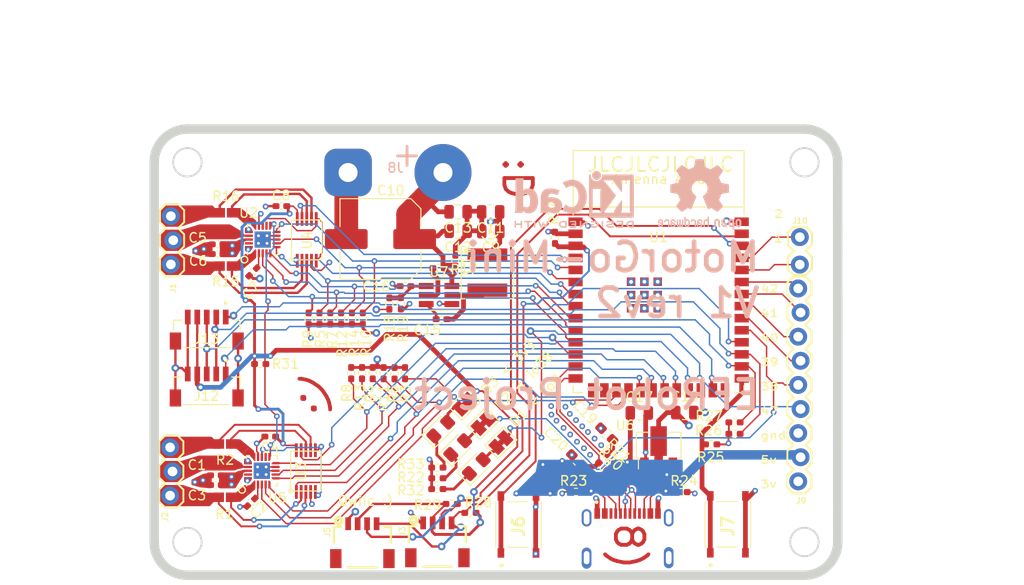
<source format=kicad_pcb>
(kicad_pcb (version 20221018) (generator pcbnew)
  (layers (0 "F.Cu" signal) (1 "In1.Cu" signal) (2 "In2.Cu" signal) (31 "B.Cu" signal) (34 "B.Paste" user) (35 "F.Paste" user) (36 "B.SilkS" user "B.Silkscreen") (37 "F.SilkS" user "F.Silkscreen") (38 "B.Mask" user) (39 "F.Mask" user) (44 "Edge.Cuts" user))
  (net 0 "")
  (net 5 "+BATT")
  (net 6 "GND")
  (net 7 "Net-(U5-VCP)")
  (net 8 "+3.3V")
  (net 9 "Net-(U2-VCP)")
  (net 10 "Net-(U2-V)")
  (net 11 "Net-(U2-W)")
  (net 12 "/motor_controls1/motor_fault_detect")
  (net 13 "Net-(U2-1.8v_out)")
  (net 14 "Net-(U2-U)")
  (net 15 "Net-(U3-in-1)")
  (net 16 "Net-(U3-in+1)")
  (net 17 "Net-(U3-ref_1)")
  (net 18 "Net-(U3-in+2)")
  (net 19 "Net-(U3-in-2)")
  (net 20 "Net-(U4-in+1)")
  (net 21 "Net-(U5-V)")
  (net 22 "/motor_controls/standby")
  (net 23 "/motor_controls/motor_fault_detect")
  (net 25 "+5V")
  (net 26 "Net-(C11-Pad2)")
  (net 27 "Net-(U7-SW)")
  (net 28 "Net-(U7-VBST)")
  (net 29 "Net-(U7-VFB)")
  (net 30 "usb_d-")
  (net 31 "usb_d+")
  (net 32 "m1_enc_cs")
  (net 33 "m2_enc_cs")
  (net 34 "m2_uh")
  (net 35 "m2_ul")
  (net 36 "m2_vh")
  (net 37 "m2_vl")
  (net 38 "m2_wh")
  (net 39 "m2_wl")
  (net 40 "m1_uh")
  (net 41 "m1_ul")
  (net 42 "m1_vh")
  (net 43 "m1_vl")
  (net 44 "m1_wh")
  (net 45 "m1_wl")
  (net 46 "Net-(U7-EN)")
  (net 47 "Net-(J11-CC1)")
  (net 48 "Net-(J11-DP1)")
  (net 49 "Net-(J11-DN1)")
  (net 51 "Net-(J11-CC2)")
  (net 52 "Net-(U1-GPIO0{slash}BOOT)")
  (net 53 "Net-(U1-EN)")
  (net 54 "m2_current_sense_u")
  (net 55 "m2_current_sense_w")
  (net 56 "Net-(J9-Pin_6)")
  (net 57 "Net-(J10-Pin_1)")
  (net 58 "Net-(J10-Pin_2)")
  (net 59 "m1_current_sense_w")
  (net 60 "m1_current_sense_u")
  (net 62 "Net-(U4-in+2)")
  (net 63 "enc_scl")
  (net 65 "enc_sda")
  (net 66 "sda")
  (net 67 "scl")
  (net 68 "gpio8")
  (net 69 "gpio38")
  (net 70 "Net-(D2-K)")
  (net 71 "Net-(D1-K)")
  (net 72 "Net-(D1-A)")
  (net 73 "Net-(D2-A)")
  (net 74 "Net-(D3-K)")
  (net 75 "Net-(D3-A)")
  (net 79 "Net-(J9-Pin_9)")
  (net 80 "Net-(J9-Pin_8)")
  (net 81 "Net-(J9-Pin_7)")
  (net 82 "gpio47")
  (footprint "Capacitor_SMD:C_0402_1005Metric_Pad0.74x0.62mm_HandSolder" (layer "F.Cu") (at 124.702997 88.81574 -135)
    (fp_text reference "C2")
    (fp_text value "10NF-0603-50V-10%" hide)
  )
  (footprint "Resistor_SMD:R_0402_1005Metric_Pad0.72x0.64mm_HandSolder" (layer "F.Cu") (at 135.331749 69.463466 90)
    (fp_text reference "R14")
    (fp_text value "1K")
  )
  (footprint "Jumper:SolderJumper-2_P1.3mm_Bridged_Pad1.0x1.5mm" (layer "F.Cu") (at 151.025888 82.516393 45)
    (fp_text reference "JP1" hide)
    (fp_text value "SolderJumper_2_Bridged")
  )
  (footprint "Capacitor_SMD:C_0805_2012Metric" (layer "F.Cu") (at 146.515 58.215 180)
    (fp_text reference "C13")
    (fp_text value "10uF")
  )
  (footprint "aaa_motorgo_components:INA2181_VSSOP_10" (layer "F.Cu") (at 130.570599 61.1704 90)
    (fp_text reference "U4")
    (fp_text value "INA2181")
  )
  (footprint "aaa_trinamic:TMC6300 3x3mm" (layer "F.Cu") (at 125.9316 61.1364 90)
    (fp_text reference "U2")
    (fp_text value "TMC6300")
  )
  (footprint "Resistor_SMD:R_0402_1005Metric_Pad0.72x0.64mm_HandSolder" (layer "F.Cu") (at 133.052632 69.460817 90)
    (fp_text reference "R7")
    (fp_text value "1K")
  )
  (footprint "Capacitor_SMD:C_0805_2012Metric" (layer "F.Cu") (at 170.395 79.365)
    (fp_text reference "C18")
    (fp_text value "22uF")
  )
  (footprint "LED_SMD:LED_0805_2012Metric_Pad1.15x1.40mm_HandSolder" (layer "F.Cu") (at 148.430395 85.053911 45)
    (fp_text reference "D1 < io8")
    (fp_text value "LED")
  )
  (footprint "Capacitor_SMD:C_0805_2012Metric" (layer "F.Cu") (at 165.605001 79.405)
    (fp_text reference "C17")
    (fp_text value "10uF")
  )
  (footprint "Resistor_SMD:R_0402_1005Metric_Pad0.72x0.64mm_HandSolder" (layer "F.Cu") (at 161.779057 85.052672 -45)
    (fp_text reference "R20")
    (fp_text value "0")
  )
  (footprint "aaa_motorgo_components:INA2181_VSSOP_10" (layer "F.Cu") (at 130.479524 85.526458 90)
    (fp_text reference "U3")
    (fp_text value "INA2181")
  )
  (footprint "Capacitor_SMD:C_0805_2012Metric" (layer "F.Cu") (at 149.956079 60.291361 180)
    (fp_text reference "C9")
    (fp_text value "22uF")
  )
  (footprint "Resistor_SMD:R_0402_1005Metric_Pad0.72x0.64mm_HandSolder" (layer "F.Cu") (at 173.183968 82.714817 180)
    (fp_text reference "R25")
    (fp_text value "5k1")
  )
  (footprint "Resistor_SMD:R_0402_1005Metric_Pad0.72x0.64mm_HandSolder" (layer "F.Cu") (at 144.46 64.162)
    (fp_text reference "R17")
    (fp_text value "54.9k")
  )
  (footprint "Resistor_SMD:R_0402_1005Metric_Pad0.72x0.64mm_HandSolder" (layer "F.Cu") (at 144.3276 85.160104 180)
    (fp_text reference "R33")
    (fp_text value "1k")
  )
  (footprint "Capacitor_SMD:C_0402_1005Metric_Pad0.74x0.62mm_HandSolder" (layer "F.Cu") (at 121.1844 62.664)
    (fp_text reference "C6")
    (fp_text value "10NF" hide)
  )
  (footprint "LED_SMD:LED_0805_2012Metric_Pad1.15x1.40mm_HandSolder" (layer "F.Cu") (at 144.688873 81.098995 45)
    (fp_text reference "D3 < 3v3")
    (fp_text value "LED")
  )
  (footprint "Inductor_SMD:L_Changjiang_FNR5020S" (layer "F.Cu") (at 149.603141 64.621128 -90)
    (fp_text reference "L1")
    (fp_text value "SRP3212A-4R7M")
  )
  (footprint "aaa_SamacSys_Parts:RESC1608X55N" (layer "F.Cu") (at 121.952301 88.288832 180)
    (fp_text reference "R1")
    (fp_text value "R_Shunt_US" hide)
  )
  (footprint "Resistor_SMD:R_0402_1005Metric_Pad0.72x0.64mm_HandSolder" (layer "F.Cu") (at 144.335158 86.282843 180)
    (fp_text reference "R22")
    (fp_text value "1k")
  )
  (footprint "SnapEDA Library:JST_BM05B-SRSS-TB_LF__SN_" (layer "F.Cu") (at 120.035 77.825 180)
    (fp_text reference "J12")
    (fp_text value "BM05B-SRSS-TB_LF__SN_")
  )
  (footprint "Resistor_SMD:R_0402_1005Metric_Pad0.72x0.64mm_HandSolder" (layer "F.Cu") (at 131.909969 69.464389 90)
    (fp_text reference "R5")
    (fp_text value "1K")
  )
  (footprint "Resistor_SMD:R_0402_1005Metric_Pad0.72x0.64mm_HandSolder" (layer "F.Cu") (at 170.044956 87.745727 180)
    (fp_text reference "R24")
    (fp_text value "5k1")
  )
  (footprint "Jumper:SolderJumper-2_P1.3mm_Bridged_Pad1.0x1.5mm" (layer "F.Cu") (at 147.211403 78.479487 45)
    (fp_text reference "JP3" hide)
    (fp_text value "SolderJumper_2_Bridged")
  )
  (footprint "Resistor_SMD:R_0402_1005Metric_Pad0.72x0.64mm_HandSolder" (layer "F.Cu") (at 162.603569 84.194141 -45)
    (fp_text reference "R21")
    (fp_text value "0")
  )
  (footprint "Resistor_SMD:R_0402_1005Metric_Pad0.72x0.64mm_HandSolder" (layer "F.Cu") (at 140.485388 67.860515 90)
    (fp_text reference "R19")
    (fp_text value "54.9k")
  )
  (footprint "aa_sparkfun_connectors:1X04_1MM_RA" (layer "F.Cu") (at 136.43052 91.07568)
    (fp_text reference "J5")
    (fp_text value "I2C_STANDARDQWIIC" hide)
  )
  (footprint "aaa_SamacSys_Parts:PTS526SM08SMTR2LFS" (layer "F.Cu") (at 174.934 91.138 90)
    (fp_text reference "J7")
    (fp_text value "~" hide)
  )
  (footprint "Capacitor_SMD:C_0402_1005Metric_Pad0.74x0.62mm_HandSolder" (layer "F.Cu") (at 121.1824 61.6436 180)
    (fp_text reference "C5")
    (fp_text value "10NF-0603-50V-10%" hide)
  )
  (footprint "Capacitor_SMD:C_0805_2012Metric" (layer "F.Cu") (at 149.946078 58.231361 180)
    (fp_text reference "C11")
    (fp_text value "22uF")
  )
  (footprint "Resistor_SMD:R_0402_1005Metric_Pad0.72x0.64mm_HandSolder" (layer "F.Cu") (at 130.769483 69.467106 90)
    (fp_text reference "R9")
    (fp_text value "1K")
  )
  (footprint "aaa_espressif_github:ESP32-S3-WROOM-1" (layer "F.Cu") (at 167.64 67.52)
    (fp_text reference "U1")
    (fp_text value "ESP32-S3-WROOM-1")
  )
  (footprint "Resistor_SMD:R_0402_1005Metric_Pad0.72x0.64mm_HandSolder" (layer "F.Cu") (at 136.472512 69.461331 90)
    (fp_text reference "R10")
    (fp_text value "1K")
  )
  (footprint "Resistor_SMD:R_0402_1005Metric_Pad0.72x0.64mm_HandSolder" (layer "F.Cu") (at 158.932661 87.723495)
    (fp_text reference "R23")
    (fp_text value "5k1")
  )
  (footprint "Resistor_SMD:R_0402_1005Metric_Pad0.72x0.64mm_HandSolder" (layer "F.Cu") (at 138.669287 75.214236 -90)
    (fp_text reference "R11")
    (fp_text value "1K")
  )
  (footprint "Resistor_SMD:R_0402_1005Metric_Pad0.72x0.64mm_HandSolder" (layer "F.Cu") (at 140.923006 75.214927 -90)
    (fp_text reference "R3")
    (fp_text value "1K")
  )
  (footprint "Resistor_SMD:R_0402_1005Metric_Pad0.72x0.64mm_HandSolder" (layer "F.Cu") (at 175.633036 80.395264)
    (fp_text reference "R27")
    (fp_text value "5k1")
  )
  (footprint "Resistor_SMD:R_0402_1005Metric_Pad0.72x0.64mm_HandSolder" (layer "F.Cu") (at 175.632364 81.603353)
    (fp_text reference "R26")
    (fp_text value "5k1")
  )
  (footprint "Capacitor_SMD:C_0402_1005Metric_Pad0.74x0.62mm_HandSolder" (layer "F.Cu") (at 120.99839 85.977162 180)
    (fp_text reference "C1")
    (fp_text value "10NF-0603-50V-10%" hide)
  )
  (footprint "Capacitor_SMD:C_0603_1608Metric_Pad1.08x0.95mm_HandSolder" (layer "F.Cu") (at 159.112541 84.436541 135)
    (fp_text reference "C20")
    (fp_text value "DNP")
  )
  (footprint "Capacitor_SMD:C_0402_1005Metric_Pad0.74x0.62mm_HandSolder" (layer "F.Cu") (at 121.00319 87.000768)
    (fp_text reference "C3")
    (fp_text value "10NF" hide)
  )
  (footprint "aaa_SamacSys_Parts:PTS526SM08SMTR2LFS" (layer "F.Cu") (at 152.874197 91.152726 90)
    (fp_text reference "J6")
    (fp_text value "~" hide)
  )
  (footprint "aa_sparkfun_connectors:1X03_LOCK" (layer "F.Cu") (at 116.301213 88.112054 90)
    (fp_text reference "J2")
    (fp_text value "CONN_03POLAR_LOCK" hide)
  )
  (footprint "aaa_SamacSys_Parts:RESC1608X55N" (layer "F.Cu") (at 121.966183 82.673249 180)
    (fp_text reference "R2")
    (fp_text value "R_Shunt_US" hide)
  )
  (footprint "Resistor_SMD:R_0402_1005Metric_Pad0.72x0.64mm_HandSolder" (layer "F.Cu") (at 136.395397 75.206428 -90)
    (fp_text reference "R13")
    (fp_text value "1K")
  )
  (footprint "Package_TO_SOT_SMD:SOT-23-6_Handsoldering" (layer "F.Cu") (at 144.506 66.984001 180)
    (fp_text reference "U7")
    (fp_text value "TPS562208")
  )
  (footprint "Capacitor_SMD:C_0402_1005Metric_Pad0.74x0.62mm_HandSolder" (layer "F.Cu") (at 127.898016 57.615537 180)
    (fp_text reference "C8")
    (fp_text value "0.1UF" hide)
  )
  (footprint "aa_sparkfun_connectors:1X04_1MM_RA" (layer "F.Cu") (at 144.332773 90.985775)
    (fp_text reference "J3")
    (fp_text value "I2C_STANDARDQWIIC" hide)
  )
  (footprint "aaa_motorgo_components:GCT_USB4520-03-0-A_REVA" (layer "F.Cu") (at 164.37 95.15)
    (fp_text reference "J11" hide)
    (fp_text value "USB4520-03-0-A_REVA")
    (fp_circle (center -2.886617 -4.101065) (end -2.586617 -4.101065) (stroke (width 0.01)) (fill none) (layer "Edge.Cuts"))
    (fp_circle (center 2.89 -4.1) (end 3.19 -4.1) (stroke (width 0.01)) (fill none) (layer "Edge.Cuts"))
  )
  (footprint "aa_sparkfun_connectors:1X02_LOCK" (layer "F.Cu") (at 182.515 63.6 90)
    (fp_text reference "J10")
    (fp_text value "Conn_01x02_Pin" hide)
  )
  (footprint "Resistor_SMD:R_0402_1005Metric_Pad0.72x0.64mm_HandSolder" (layer "F.Cu") (at 145.83765 88.987791)
    (fp_text reference "R29")
    (fp_text value "5k1")
  )
  (footprint "Resistor_SMD:R_0402_1005Metric_Pad0.72x0.64mm_HandSolder" (layer "F.Cu") (at 125.669969 74.246958)
    (fp_text reference "R31")
    (fp_text value "5k1")
  )
  (footprint "SnapEDA Library:JST_BM05B-SRSS-TB_LF__SN_" (layer "F.Cu") (at 120.03757 71.826563 180)
    (fp_text reference "J13")
    (fp_text value "BM05B-SRSS-TB_LF__SN_")
  )
  (footprint "Resistor_SMD:R_0402_1005Metric_Pad0.72x0.64mm_HandSolder" (layer "F.Cu") (at 156.723042 60.951969 -90)
    (fp_text reference "R30")
    (fp_text value "5k1")
  )
  (footprint "aaa_SamacSys_Parts:RESC1608X55N" (layer "F.Cu") (at 122.042299 63.932415 180)
    (fp_text reference "R15")
    (fp_text value "R_Shunt_US" hide)
  )
  (footprint "Capacitor_SMD:C_Elec_8x10.2" (layer "F.Cu") (at 138.335605 61.085748 180)
    (fp_text reference "C10")
    (fp_text value "220uF")
  )
  (footprint "Jumper:SolderJumper-2_P1.3mm_Bridged_Pad1.0x1.5mm" (layer "F.Cu") (at 149.142435 80.51573 45)
    (fp_text reference "JP2" hide)
    (fp_text value "SolderJumper_2_Bridged")
  )
  (footprint "Capacitor_SMD:C_0603_1608Metric_Pad1.08x0.95mm_HandSolder" (layer "F.Cu") (at 162.181754 81.621328 135)
    (fp_text reference "C19")
    (fp_text value "DNP")
  )
  (footprint "Resistor_SMD:R_0402_1005Metric_Pad0.72x0.64mm_HandSolder" (layer "F.Cu") (at 139.819775 75.224444 -90)
    (fp_text reference "R6")
    (fp_text value "1K")
  )
  (footprint "LED_SMD:LED_0805_2012Metric_Pad1.15x1.40mm_HandSolder" (layer "F.Cu") (at 146.472836 83.056618 45)
    (fp_text reference "D2 < io38")
    (fp_text value "LED")
  )
  (footprint "Resistor_SMD:R_0402_1005Metric_Pad0.72x0.64mm_HandSolder" (layer "F.Cu") (at 144.326963 87.422886 180)
    (fp_text reference "R32")
    (fp_text value "1k")
  )
  (footprint "Capacitor_SMD:C_0402_1005Metric_Pad0.74x0.62mm_HandSolder" (layer "F.Cu") (at 140.97 66.046001)
    (fp_text reference "C16")
    (fp_text value ".1uF")
  )
  (footprint "Resistor_SMD:R_0402_1005Metric_Pad0.72x0.64mm_HandSolder" (layer "F.Cu") (at 134.19294 69.461909 90)
    (fp_text reference "R12")
    (fp_text value "1K")
  )
  (footprint "Capacitor_SMD:C_0402_1005Metric_Pad0.74x0.62mm_HandSolder" (layer "F.Cu") (at 124.889332 64.54692 -135)
    (fp_text reference "C7")
    (fp_text value "10NF-0603-50V-10%" hide)
  )
  (footprint "aaa_SamacSys_Parts:RESC1608X55N" (layer "F.Cu") (at 122.057923 58.313966 180)
    (fp_text reference "R16")
    (fp_text value "R_Shunt_US" hide)
  )
  (footprint "Capacitor_SMD:C_0805_2012Metric" (layer "F.Cu") (at 146.525 60.255 180)
    (fp_text reference "C12")
    (fp_text value "10uF")
  )
  (footprint "aaa_trinamic:TMC6300 3x3mm" (layer "F.Cu") (at 125.839938 85.494093 90)
    (fp_text reference "U5")
    (fp_text value "TMC6300")
  )
  (footprint "Resistor_SMD:R_0402_1005Metric_Pad0.72x0.64mm_HandSolder" (layer "F.Cu") (at 147.81175 89.929808 180)
    (fp_text reference "R28")
    (fp_text value "5k1")
  )
  (footprint "aa_sparkfun_connectors:1X03_LOCK" (layer "F.Cu") (at 116.384 63.754 90)
    (fp_text reference "J1")
    (fp_text value "CONN_03POLAR_LOCK" hide)
  )
  (footprint "Resistor_SMD:R_0402_1005Metric_Pad0.72x0.64mm_HandSolder" (layer "F.Cu") (at 135.252962 75.208475 -90)
    (fp_text reference "R8")
    (fp_text value "1K")
  )
  (footprint "Capacitor_SMD:C_0402_1005Metric_Pad0.74x0.62mm_HandSolder" (layer "F.Cu") (at 144.772 69.528 180)
    (fp_text reference "C15")
    (fp_text value ".1uF")
  )
  (footprint "aa_sparkfun_connectors:1X09_LOCK" (layer "F.Cu") (at 182.471 86.61 90)
    (fp_text reference "J9")
    (fp_text value "Conn_01x09_Pin" hide)
  )
  (footprint "Package_TO_SOT_SMD:SOT-89-3" (layer "F.Cu") (at 167.640001 82.804 90)
    (fp_text reference "U6")
    (fp_text value "AZ1117C")
  )
  (footprint "Capacitor_SMD:C_0402_1005Metric" (layer "F.Cu") (at 146.225 63.355 -90)
    (fp_text reference "C14")
    (fp_text value ".1uF")
  )
  (footprint "Capacitor_SMD:C_0402_1005Metric_Pad0.74x0.62mm_HandSolder" (layer "F.Cu") (at 126.7249 81.891401 180)
    (fp_text reference "C4")
    (fp_text value "0.1UF" hide)
  )
  (footprint "Resistor_SMD:R_0402_1005Metric_Pad0.72x0.64mm_HandSolder" (layer "F.Cu") (at 139.274867 67.883996 90)
    (fp_text reference "R18")
    (fp_text value "10k")
  )
  (footprint "Resistor_SMD:R_0402_1005Metric_Pad0.72x0.64mm_HandSolder" (layer "F.Cu") (at 137.516133 75.209531 -90)
    (fp_text reference "R4")
    (fp_text value "1K")
  )
  (footprint "Symbol:KiCad-Logo2_5mm_SilkScreen" (layer "B.Cu") (at 158.75 56.896 180)
    (fp_text reference "REF**" hide)
    (fp_text value "KiCad-Logo2_5mm_SilkScreen" hide)
  )
  (footprint "Symbol:OSHW-Logo2_9.8x8mm_SilkScreen" (layer "B.Cu") (at 171.958 56.388 180)
    (fp_text reference "REF**" hide)
    (fp_text value "OSHW-Logo2_9.8x8mm_SilkScreen" hide)
  )
  (footprint "aaa_motorgo_components:xt30" (layer "B.Cu") (at 139.92442 54.075621 180)
    (fp_text reference "J8")
    (fp_text value "~")
  )
  (gr_circle (center 124 63.25) (end 124.25 63.5) (stroke (width 0.15)) (fill none) (layer "F.SilkS"))
  (gr_circle (center 123.75 87.5) (end 124 87.75) (stroke (width 0.15)) (fill none) (layer "F.SilkS"))
  (gr_arc (start 118 96.5) (mid 115.525127 95.474874) (end 114.5 93) (stroke (width 1)) (layer "Edge.Cuts"))
  (gr_circle locked (center 183 93) (end 184.5 93) (stroke (width 0.2)) (fill none) (layer "Edge.Cuts"))
  (gr_line (start 186.5 53) (end 186.51 92.98) (stroke (width 1)) (layer "Edge.Cuts"))
  (gr_arc (start 186.51 92.98) (mid 185.479016 95.469015) (end 182.99 96.5) (stroke (width 1)) (layer "Edge.Cuts"))
  (gr_arc (start 114.5 53) (mid 115.525126 50.525127) (end 118 49.5) (stroke (width 1)) (layer "Edge.Cuts"))
  (gr_line (start 118 49.5) (end 183 49.5) (stroke (width 1)) (layer "Edge.Cuts"))
  (gr_circle locked (center 118 93) (end 119.5 93) (stroke (width 0.2)) (fill none) (layer "Edge.Cuts"))
  (gr_line (start 182.9816 96.5) (end 170.54 96.5) (stroke (width 1)) (layer "Edge.Cuts"))
  (gr_circle locked (center 118 53) (end 119.5 53) (stroke (width 0.2)) (fill none) (layer "Edge.Cuts"))
  (gr_circle locked (center 183 53) (end 184.5 53) (stroke (width 0.2)) (fill none) (layer "Edge.Cuts"))
  (gr_arc (start 183 49.5) (mid 185.474873 50.525126) (end 186.5 53) (stroke (width 1)) (layer "Edge.Cuts"))
  (gr_line (start 118 96.5) (end 170.54 96.5) (stroke (width 1)) (layer "Edge.Cuts"))
  (gr_line (start 114.5 53) (end 114.5 93) (stroke (width 1)) (layer "Edge.Cuts"))
  (gr_text "8)" (at 162.75 90.75 270) (layer "F.Cu") (effects (font (size 3 3) (thickness 0.4)) (justify left bottom)))
  (gr_text ":)" (at 131 80 45) (layer "F.Cu") (effects (font (size 3 3) (thickness 0.4)) (justify left bottom)))
  (gr_text ":D" (at 151 52.25 270) (layer "F.Cu") (effects (font (size 3 3) (thickness 0.4)) (justify left bottom)))
  (gr_text "MotorGo-Mini\nV1 rev2\n\nEFRobot Project" (at 178.562 79.248) (layer "B.SilkS") (effects (font (size 3 3) (thickness 0.5) bold) (justify left bottom mirror)))
  (gr_text "JLCJLCJLCJLC" (at 160.02 54.102) (layer "F.SilkS") (effects (font (size 1.5 1.5) (thickness 0.2) bold) (justify left bottom)))
  (gr_text "42\n\n41\n\n40\n\n39\n\n38\n\n47\n\ngnd\n\n5v\n\n3v" (at 178.274433 87.392584) (layer "F.SilkS") (effects (font (size 0.8 1) (thickness 0.15) bold) (justify left bottom)))
  (gr_text "Qwiic ;)" (at 133.75 89.25) (layer "F.SilkS") (effects (font (size 1 1)) (justify left bottom)))
  (gr_text "2\n\n1" (at 179.700245 61.498338) (layer "F.SilkS") (effects (font (size 0.8 1) (thickness 0.15) bold) (justify left bottom)))
  (segment (start 143.105748 61.085748) (end 144.92 62.9) (width 0.5) (layer "F.Cu") (net 5))
  (segment (start 123.535134 89.300134) (end 123.579618 89.25565) (width 0.3) (layer "F.Cu") (net 5))
  (segment (start 124.588049 64.898049) (end 124.588049 64.848203) (width 0.25) (layer "F.Cu") (net 5))
  (segment (start 142.97502 56.77502) (end 144.92442 54.825621) (width 2.5) (layer "F.Cu") (net 5))
  (segment (start 124.94 65.25) (end 124.588049 64.898049) (width 0.3) (layer "F.Cu") (net 5))
  (segment (start 146.225 64.5915) (end 145.856 64.9605) (width 0.5) (layer "F.Cu") (net 5))
  (segment (start 145.0575 64.162) (end 145.856 64.9605) (width 0.5) (layer "F.Cu") (net 5))
  (segment (start 141.935605 61.085748) (end 143.105748 61.085748) (width 0.5) (layer "F.Cu") (net 5))
  (segment (start 145.1095 63.835) (end 144.92 64.0245) (width 0.5) (layer "F.Cu") (net 5))
  (segment (start 144.415 58.215) (end 142.97502 56.77502) (width 0.5) (layer "F.Cu") (net 5))
  (segment (start 125.6245 65.25) (end 124.94 65.25) (width 0.3) (layer "F.Cu") (net 5))
  (segment (start 146.225 63.835) (end 145.1095 63.835) (width 0.5) (layer "F.Cu") (net 5))
  (segment (start 145.565 58.215) (end 144.415 58.215) (width 0.5) (layer "F.Cu") (net 5))
  (segment (start 124.498051 89.25565) (end 124.498051 89.205804) (width 0.25) (layer "F.Cu") (net 5))
  (segment (start 146.225 63.835) (end 146.225 64.5915) (width 0.5) (layer "F.Cu") (net 5))
  (segment (start 141.25 58.500041) (end 142.97502 56.77502) (width 2.5) (layer "F.Cu") (net 5))
  (segment (start 144.92 64.0245) (end 145.0575 64.162) (width 0.5) (layer "F.Cu") (net 5))
  (segment (start 123.579618 89.25565) (end 124.498051 89.25565) (width 0.3) (layer "F.Cu") (net 5))
  (segment (start 141.25 60.75) (end 141.25 58.500041) (width 2.5) (layer "F.Cu") (net 5))
  (segment (start 141.25 60.75) (end 144.4 60.75) (width 0.5) (layer "F.Cu") (net 5))
  (segment (start 144.895 60.255) (end 145.575 60.255) (width 0.5) (layer "F.Cu") (net 5))
  (segment (start 144.4 60.75) (end 144.895 60.255) (width 0.5) (layer "F.Cu") (net 5))
  (segment (start 145.856 64.9605) (end 145.856 66.034001) (width 0.5) (layer "F.Cu") (net 5))
  (segment (start 144.92 62.9) (end 144.92 64.0245) (width 0.5) (layer "F.Cu") (net 5))
  (via (at 122.642802 86.943201) (size 0.6) (drill 0.3) (layers "F.Cu" "B.Cu") (net 5))
  (via (at 125.6245 65.25) (size 0.8) (drill 0.4) (layers "F.Cu" "B.Cu") (net 5))
  (via (at 123.535134 89.300134) (size 0.6) (drill 0.3) (layers "F.Cu" "B.Cu") (net 5))
  (via (at 122.7328 62.5856) (size 0.6) (drill 0.3) (layers "F.Cu" "B.Cu") (net 5))
  (via (at 122.7328 61.7728) (size 0.6) (drill 0.3) (layers "F.Cu" "B.Cu") (net 5))
  (via (at 122.642802 86.130401) (size 0.6) (drill 0.3) (layers "F.Cu" "B.Cu") (net 5))
  (segment (start 130.769483 70.064606) (end 130.775258 70.058831) (width 0.2) (layer "F.Cu") (net 6))
  (segment (start 142.7734 90.932) (end 142.556 90.932) (width 0.3) (layer "F.Cu") (net 6))
  (segment (start 132.95694 63.54306) (end 132.1286 64.3714) (width 0.152) (layer "F.Cu") (net 6))
  (segment (start 176.784 88.616) (end 177.8 87.6) (width 0.5) (layer "F.Cu") (net 6))
  (segment (start 130.775258 70.058831) (end 136.472512 70.058831) (width 0.3) (layer "F.Cu") (net 6))
  (segment (start 161.17 88.526) (end 161.036 88.392) (width 0.3) (layer "F.Cu") (net 6))
  (segment (start 159.76 59.26) (end 158.89 59.26) (width 0.3) (layer "F.Cu") (net 6))
  (segment (start 134.735605 60.75) (end 134.735605 54.264436) (width 2.5) (layer "F.Cu") (net 6))
  (segment (start 116.735 74.676) (end 117.411 74.676) (width 0.25) (layer "F.Cu") (net 6))
  (segment (start 167.57 89.77) (end 167.57 88.462) (width 0.5) (layer "F.Cu") (net 6))
  (segment (start 134.93192 90.559383) (end 135.689493 89.80181) (width 0.25) (layer "F.Cu") (net 6))
  (segment (start 137.516133 74.612031) (end 137.637969 74.612031) (width 0.3) (layer "F.Cu") (net 6))
  (segment (start 172.505 79.365) (end 172.53 79.34) (width 0.5) (layer "F.Cu") (net 6))
  (segment (start 116.735 74.676) (end 116.735 77.825) (width 0.25) (layer "F.Cu") (net 6))
  (segment (start 171.45 87.884) (end 171.311727 87.745727) (width 0.152) (layer "F.Cu") (net 6))
  (segment (start 138 73.75) (end 138 74.25) (width 0.3) (layer "F.Cu") (net 6))
  (segment (start 171.311727 87.745727) (end 170.642456 87.745727) (width 0.152) (layer "F.Cu") (net 6))
  (segment (start 117.411 74.676) (end 118.035 75.3) (width 0.25) (layer "F.Cu") (net 6))
  (segment (start 138 74.25) (end 138 74.128164) (width 0.3) (layer "F.Cu") (net 6))
  (segment (start 123.33757 77.82243) (end 123.335 77.825) (width 0.25) (layer "F.Cu") (net 6))
  (segment (start 138 74.128164) (end 138 73.75) (width 0.3) (layer "F.Cu") (net 6))
  (segment (start 125.301405 82.61876) (end 125.301405 83.451778) (width 0.152) (layer "F.Cu") (net 6))
  (segment (start 125.5316 59.6864) (end 125.5316 58.6184) (width 0.152) (layer "F.Cu") (net 6))
  (segment (start 174.8 59.2) (end 176.33 59.2) (width 0.3) (layer "F.Cu") (net 6))
  (segment (start 171.345 79.365) (end 172.505 79.365) (width 0.5) (layer "F.Cu") (net 6))
  (segment (start 118.03757 75.29743) (end 118.035 75.3) (width 0.25) (layer "F.Cu") (net 6))
  (segment (start 144.55998 67.8755) (end 144.618481 67.934001) (width 0.2) (layer "F.Cu") (net 6))
  (segment (start 136.5 70.086319) (end 136.5 70.5) (width 0.3) (layer "F.Cu") (net 6))
  (segment (start 125.5316 58.6184) (end 125.73 58.42) (width 0.152) (layer "F.Cu") (net 6))
  (segment (start 166.274001 79.686) (end 166.274001 83.5636) (width 0.5) (layer "F.Cu") (net 6))
  (segment (start 176.784 94.138) (end 176.784 88.616) (width 0.5) (layer "F.Cu") (net 6))
  (segment (start 137.637969 74.612031) (end 138 74.25) (width 0.3) (layer "F.Cu") (net 6))
  (segment (start 134.93192 91.07568) (end 134.93192 90.559383) (width 0.25) (layer "F.Cu") (net 6))
  (segment (start 176.33 59.2) (end 176.39 59.26) (width 0.3) (layer "F.Cu") (net 6))
  (segment (start 134.735605 54.264436) (end 134.92442 54.075621) (width 1) (layer "F.Cu") (net 6))
  (segment (start 144.618481 67.934001) (end 145.856 67.934001) (width 0.2) (layer "F.Cu") (net 6))
  (segment (start 130.980601 88.879401) (end 130.980601 87.728001) (width 0.152) (layer "F.Cu") (net 6))
  (segment (start 125.430041 82.61876) (end 126.1574 81.891401) (width 0.25) (layer "F.Cu") (net 6))
  (segment (start 132.1286 64.3714) (end 131.32385 64.3714) (width 0.152) (layer "F.Cu") (net 6))
  (segment (start 154.724197 94.152726) (end 154.686 94.234) (width 0.5) (layer "F.Cu") (net 6))
  (segment (start 126.539938 85.094093) (end 126.389938 84.944093) (width 0.152) (layer "F.Cu") (net 6))
  (segment (start 166.555001 79.405) (end 166.274001 79.686) (width 0.5) (layer "F.Cu") (net 6))
  (segment (start 126.6316 60.7364) (end 126.4816 60.5864) (width 0.152) (layer "F.Cu") (net 6))
  (segment (start 143.729463 84.529463) (end 143.5 84.3) (width 0.3) (layer "F.Cu") (net 6))
  (segment (start 154.724197 89.261803) (end 154.724197 88.152726) (width 0.5) (layer "F.Cu") (net 6))
  (segment (start 137.9 68.5) (end 139.256363 68.5) (width 0.152) (layer "F.Cu") (net 6))
  (segment (start 116.73757 74.67343) (end 116.73757 71.826563) (width 0.25) (layer "F.Cu") (net 6))
  (segment (start 140.916553 74.610976) (end 138 74.610975) (width 0.3) (layer "F.Cu") (net 6))
  (segment (start 167.57 88.462) (end 167.64 88.392) (width 0.3) (layer "F.Cu") (net 6))
  (segment (start 127.289938 85.094093) (end 126.539938 85.094093) (width 0.152) (layer "F.Cu") (net 6))
  (segment (start 138 74.25) (end 138.25 74.5) (width 0.3) (layer "F.Cu") (net 6))
  (segment (start 136.9755 70.9755) (end 137.9 70.9755) (width 0.3) (layer "F.Cu") (net 6))
  (segment (start 127.330516 57.615537) (end 126.280463 57.615537) (width 0.25) (layer "F.Cu") (net 6))
  (segment (start 116.735 74.676) (end 116.73757 74.67343) (width 0.25) (layer "F.Cu") (net 6))
  (segment (start 160.2 59.7) (end 159.76 59.26) (width 0.3) (layer "F.Cu") (net 6))
  (segment (start 125.301405 82.61876) (end 125.430041 82.61876) (width 0.25) (layer "F.Cu") (net 6))
  (segment (start 161.17 89.77) (end 161.17 88.526) (width 0.5) (layer "F.Cu") (net 6))
  (segment (start 127.289938 85.494093) (end 125.839938 85.494093) (width 0.152) (layer "F.Cu") (net 6))
  (segment (start 131.32385 64.3714) (end 131.070599 64.118149) (width 0.152) (layer "F.Cu") (net 6))
  (segment (start 131.1148 89.0136) (end 130.980601 88.879401) (width 0.152) (layer "F.Cu") (net 6))
  (segment (start 157.48 87.884) (end 157.640505 87.723495) (width 0.152) (layer "F.Cu") (net 6))
  (segment (start 126.280463 57.615537) (end 126.238 57.658) (width 0.25) (layer "F.Cu") (net 6))
  (segment (start 154.686 89.3) (end 154.724197 89.261803) (width 0.5) (layer "F.Cu") (net 6))
  (segment (start 143.819499 87.431) (end 143.819 87.431) (width 0.2) (layer "F.Cu") (net 6))
  (segment (start 142.556 90.932) (end 141.524 89.9) (width 0.3) (layer "F.Cu") (net 6))
  (segment (start 138 74.610975) (end 138 74.25) (width 0.3) (layer "F.Cu") (net 6))
  (segment (start 143.729463 87.422886) (end 143.729463 84.529463) (width 0.3) (layer "F.Cu") (net 6))
  (segment (start 127.3816 60.7364) (end 126.6316 60.7364) (width 0.152) (layer "F.Cu") (net 6))
  (segment (start 130.769483 71.269483) (end 131 71.5) (width 0.2) (layer "F.Cu") (net 6))
  (segment (start 124.4916 62.0984) (end 124.4016 62.1884) (width 0.152) (layer "F.Cu") (net 6))
  (segment (start 166.274001 84.62) (end 166.140001 84.754) (width 0.3) (layer "F.Cu") (net 6))
  (segment (start 118.03757 69.301563) (end 118.03757 75.29743) (width 0.25) (layer "F.Cu") (net 6))
  (segment (start 143.819 87.431) (end 143.764 87.376) (width 0.2) (layer "F.Cu") (net 6))
  (segment (start 130.769483 70.064606) (end 130.769483 71.269483) (width 0.2) (layer "F.Cu") (net 6))
  (segment (start 136.472512 70.058831) (end 136.5 70.086319) (width 0.3) (layer "F.Cu") (net 6))
  (segment (start 166.274001 83.5636) (end 166.274001 84.62) (width 0.3) (layer "F.Cu") (net 6))
  (segment (start 131.070599 64.118149) (end 131.070599 63.3704) (width 0.152) (layer "F.Cu") (net 6))
  (segment (start 136.5 70.5) (end 136.9755 70.9755) (width 0.3) (layer "F.Cu") (net 6))
  (segment (start 139.218504 68.481496) (end 139.274867 68.481496) (width 0.2) (layer "F.Cu") (net 6))
  (segment (start 157.640505 87.723495) (end 158.335161 87.723495) (width 0.152) (layer "F.Cu") (net 6))
  (segment (start 125.301405 83.451778) (end 125.441602 83.591975) (width 0.152) (layer "F.Cu") (net 6))
  (segment (start 123.33757 71.826563) (end 123.33757 77.82243) (width 0.25) (layer "F.Cu") (net 6))
  (segment (start 125.441602 83.591975) (end 125.441602 84.044001) (width 0.152) (layer "F.Cu") (net 6))
  (segment (start 124.401602 86.456001) (end 124.311602 86.546001) (width 0.152) (layer "F.Cu") (net 6))
  (segment (start 139.256363 68.5) (end 139.274867 68.481496) (width 0.152) (layer "F.Cu") (net 6))
  (segment (start 138 74.610975) (end 135.252962 74.610975) (width 0.3) (layer "F.Cu") (net 6))
  (segment (start 154.686 94.234) (end 154.686 89.3) (width 0.5) (layer "F.Cu") (net 6))
  (segment (start 127.3816 61.1364) (end 125.9316 61.1364) (width 0.152) (layer "F.Cu") (net 6))
  (via (at 161.544 81.026) (size 0.6) (drill 0.3) (layers "F.Cu" "B.Cu") (net 6))
  (via (at 158.32806 81.67194) (size 0.6) (drill 0.3) (layers "F.Cu" "B.Cu") (net 6))
  (via (at 166.274001 83.5636) (size 0.6) (drill 0.3) (layers "F.Cu" "B.Cu") (net 6))
  (via (at 164.74 66.98) (size 0.8) (drill 0.4) (layers "F.Cu" "B.Cu") (net 6))
  (via (at 118.782002 86.689201) (size 0.6) (drill 0.3) (layers "F.Cu" "B.Cu") (net 6))
  (via (at 154.686 94.234) (size 0.6) (drill 0.3) (layers "F.Cu" "B.Cu") (net 6))
  (via (at 164.74 68.38) (size 0.8) (drill 0.4) (layers "F.Cu" "B.Cu") (net 6))
  (via (at 161.590842 82.809158) (size 0.6) (drill 0.3) (layers "F.Cu" "B.Cu") (net 6))
  (via (at 124.4016 62.1884) (size 0.6) (drill 0.3) (layers "F.Cu" "B.Cu") (net 6))
  (via (at 116.735 74.676) (size 0.8) (drill 0.4) (layers "F.Cu" "B.Cu") (net 6))
  (via (at 157.62806 80.97194) (size 0.6) (drill 0.3) (layers "F.Cu" "B.Cu") (net 6))
  (via (at 159.044166 82.433634) (size 0.6) (drill 0.3) (layers "F.Cu" "B.Cu") (net 6))
  (via (at 166.14 65.58) (size 0.8) (drill 0.4) (layers "F.Cu" "B.Cu") (net 6))
  (via (at 159.590842 80.809158) (size 0.6) (drill 0.3) (layers "F.Cu" "B.Cu") (net 6))
  (via (at 123.33757 73.66) (size 0.8) (drill 0.4) (layers "F.Cu" "B.Cu") (net 6))
  (via (at 171.45 87.884) (size 0.6) (drill 0.3) (layers "F.Cu" "B.Cu") (net 6))
  (via (at 135.689493 89.80181) (size 0.8) (drill 0.4) (layers "F.Cu" "B.Cu") (net 6))
  (via (at 159.77806 83.12194) (size 0.6) (drill 0.3) (layers "F.Cu" "B.Cu") (net 6))
  (via (at 166.14 68.38) (size 0.8) (drill 0.4) (layers "F.Cu" "B.Cu") (net 6))
  (via (at 177.8 87.6) (size 0.6) (drill 0.3) (layers "F.Cu" "B.Cu") (net 6))
  (via (at 157.48 87.884) (size 0.6) (drill 0.3) (layers "F.Cu" "B.Cu") (net 6))
  (via (at 131 71.5) (size 0.6) (drill 0.3) (layers "F.Cu" "B.Cu") (net 6))
  (via (at 132.95694 63.54306) (size 0.6) (drill 0.3) (layers "F.Cu" "B.Cu") (net 6))
  (via (at 157.8255 78.75) (size 0.6) (drill 0.3) (layers "F.Cu" "B.Cu") (net 6))
  (via (at 124.351602 84.426001) (size 0.6) (drill 0.3) (layers "F.Cu" "B.Cu") (net 6))
  (via (at 164.735137 65.597355) (size 0.8) (drill 0.4) (layers "F.Cu" "B.Cu") (net 6))
  (via (at 156.87806 80.22194) (size 0.6) (drill 0.3) (layers "F.Cu" "B.Cu") (net 6))
  (via (at 137.9 70.9755) (size 0.8) (drill 0.4) (layers "F.Cu" "B.Cu") (net 6))
  (via (at 166.14 66.98) (size 0.8) (drill 0.4) (layers "F.Cu" "B.Cu") (net 6))
  (via (at 143.5 84.3) (size 0.6) (drill 0.3) (layers "F.Cu" "B.Cu") (net 6))
  (via (at 160.419981 83.809449) (size 0.6) (drill 0.3) (layers "F.Cu" "B.Cu") (net 6))
  (via (at 167.54 66.98) (size 0.8) (drill 0.4) (layers "F.Cu" "B.Cu") (net 6))
  (via (at 156.342637 79.578908) (size 0.6) (drill 0.3) (layers "F.Cu" "B.Cu") (net 6))
  (via (at 167.54 68.38) (size 0.8) (drill 0.4) (layers "F.Cu" "B.Cu") (net 6))
  (via (at 174.8 59.2) (size 0.8) (drill 0.4) (layers "F.Cu" "B.Cu") (net 6))
  (via (at 141.524 89.9) (size 0.6) (drill 0.3) (layers "F.Cu" "B.Cu") (net 6))
  (via (at 119.727546 62.136006) (size 0.6) (drill 0.3) (layers "F.Cu" "B.Cu") (net 6))
  (via (at 138 73.75) (size 0.8) (drill 0.4) (layers "F.Cu" "B.Cu") (net 6))
  (via (at 158.496 83.82) (size 0.6) (drill 0.3) (layers "F.Cu" "B.Cu") (net 6))
  (via (at 124.311602 86.546001) (size 0.6) (drill 0.3) (layers "F.Cu" "B.Cu") (net 6))
  (via (at 124.4416 60.0684) (size 0.6) (drill 0.3) (layers "F.Cu" "B.Cu") (net 6))
  (via (at 125.301405 82.61876) (size 0.6) (drill 0.3) (layers "F.Cu" "B.Cu") (net 6))
  (via (at 160.890842 82.109158) (size 0.6) (drill 0.3) (layers "F.Cu" "B.Cu") (net 6))
  (via (at 118.872 62.3316) (size 0.6) (drill 0.3) (layers "F.Cu" "B.Cu") (net 6))
  (via (at 161.036 88.392) (size 0.6) (drill 0.3) (layers "F.Cu" "B.Cu") (net 6))
  (via (at 144.55998 67.8755) (size 0.6) (drill 0.3) (layers "F.Cu" "B.Cu") (net 6))
  (via (at 167.54 65.58) (size 0.8) (drill 0.4) (layers "F.Cu" "B.Cu") (net 6))
  (via (at 126.238 57.658) (size 0.6) (drill 0.3) (layers "F.Cu" "B.Cu") (net 6))
  (via (at 158.283364 79.501678) (size 0.6) (drill 0.3) (layers "F.Cu" "B.Cu") (net 6))
  (via (at 167.64 88.392) (size 0.6) (drill 0.3) (layers "F.Cu" "B.Cu") (net 6))
  (via (at 160.2 59.7) (size 0.6) (drill 0.3) (layers "F.Cu" "B.Cu") (net 6))
  (via (at 172.53 79.34) (size 0.8) (drill 0.4) (layers "F.Cu" "B.Cu") (net 6))
  (via (at 131.1148 89.0136) (size 0.6) (drill 0.3) (layers "F.Cu" "B.Cu") (net 6))
  (via (at 119.637548 86.493607) (size 0.6) (drill 0.3) (layers "F.Cu" "B.Cu") (net 6))
  (via (at 156.3225 78.680558) (size 0.6) (drill 0.3) (layers "F.Cu" "B.Cu") (net 6))
  (via (at 125.73 58.42) (size 0.6) (drill 0.3) (layers "F.Cu" "B.Cu") (net 6))
  (via (at 137.9 68.5) (size 0.8) (drill 0.4) (layers "F.Cu" "B.Cu") (net 6))
  (via (at 158.940842 80.159158) (size 0.6) (drill 0.3) (layers "F.Cu" "B.Cu") (net 6))
  (via (at 160.190842 81.409158) (size 0.6) (drill 0.3) (layers "F.Cu" "B.Cu") (net 6))
  (via (at 154.686 89.3) (size 0.6) (drill 0.3) (layers "F.Cu" "B.Cu") (net 6))
  (segment (start 125.409202 86.976401) (end 125.441602 86.944001) (width 0.152) (layer "F.Cu") (net 7))
  (segment (start 125.409202 88.281701) (end 125.409202 86.976401) (width 0.152) (layer "F.Cu") (net 7))
  (segment (start 169.445 79.365) (end 169.465 79.365) (width 0.5) (layer "F.Cu") (net 8))
  (segment (start 135.93268 90.63532) (end 137.580209 88.987791) (width 0.25) (layer "F.Cu") (net 8))
  (segment (start 152.75 82.962) (end 148.185362 87.526638) (width 0.2) (layer "F.Cu") (net 8))
  (segment (start 127.352 72.8) (end 137.3 72.8) (width 0.5) (layer "F.Cu") (net 8))
  (segment (start 147.671022 78.019868) (end 147.532132 78.158758) (width 0.3) (layer "F.Cu") (net 8))
  (segment (start 125.072469 70.466969) (end 125.072469 73.406) (width 0.3) (layer "F.Cu") (net 8))
  (segment (start 148.5 77.1) (end 149.1 77.1) (width 0.2) (layer "F.Cu") (net 8))
  (segment (start 156.668573 60.3) (end 156.898573 60.53) (width 0.5) (layer "F.Cu") (net 8))
  (segment (start 147.532132 78.158758) (end 147.532132 78.273868) (width 0.3) (layer "F.Cu") (net 8))
  (segment (start 129.286 82.816) (end 128.27104 82.816) (width 0.152) (layer "F.Cu") (net 8))
  (segment (start 128.778 58.42) (end 128.617917 58.259917) (width 0.3) (layer "F.Cu") (net 8))
  (segment (start 148.3 77.1) (end 148.5 77.1) (width 0.5) (layer "F.Cu") (net 8))
  (segment (start 119.035 76.363) (end 119.035 75.3) (width 0.5) (layer "F.Cu") (net 8))
  (segment (start 156 60.3) (end 156.668573 60.3) (width 0.5) (layer "F.Cu") (net 8))
  (segment (start 169.465 79.365) (end 170.83 80.73) (width 0.5) (layer "F.Cu") (net 8))
  (segment (start 175.035536 81.665264) (end 175.035536 81.563536) (width 0.2) (layer "F.Cu") (net 8))
  (segment (start 175.006 81.534) (end 175.035536 81.504464) (width 0.2) (layer "F.Cu") (net 8))
  (segment (start 175.035536 81.563536) (end 175.006 81.534) (width 0.2) (layer "F.Cu") (net 8))
  (segment (start 175.035536 81.504464) (end 175.035536 80.588025) (width 0.2) (layer "F.Cu") (net 8))
  (segment (start 128.071231 82.616191) (end 128.002571 82.616191) (width 0.3) (layer "F.Cu") (net 8))
  (segment (start 137.3 72.8) (end 138.968 71.132) (width 0.5) (layer "F.Cu") (net 8))
  (segment (start 125.072469 78.602469) (end 125.476 79.006) (width 0.3) (layer "F.Cu") (net 8))
  (segment (start 129.480601 83.328001) (end 129.480601 83.010601) (width 0.152) (layer "F.Cu") (net 8))
  (segment (start 129.480601 83.010601) (end 129.286 82.816) (width 0.152) (layer "F.Cu") (net 8))
  (segment (start 152.75 80.75) (end 152.75 82.962) (width 0.2) (layer "F.Cu") (net 8))
  (segment (start 167.640001 80.239999) (end 167.640001 84.6665) (width 0.5) (layer "F.Cu") (net 8))
  (segment (start 128.27104 82.816) (end 128.071231 82.616191) (width 0.152) (layer "F.Cu") (net 8))
  (segment (start 125.072469 73.406) (end 125.072469 78.602469) (width 0.3) (layer "F.Cu") (net 8))
  (segment (start 129.570599 58.044199) (end 129.570599 58.9704) (width 0.152) (layer "F.Cu") (net 8))
  (segment (start 149.1 77.1) (end 152.75 80.75) (width 0.2) (layer "F.Cu") (net 8))
  (segment (start 148.5 77.1) (end 148.29756 76.89756) (width 0.152) (layer "F.Cu") (net 8))
  (segment (start 135.93268 91.07568) (end 135.93268 90.63532) (width 0.25) (layer "F.Cu") (net 8))
  (segment (start 156.668573 60.3) (end 156.723042 60.354469) (width 0.5) (layer "F.Cu") (net 8))
  (segment (start 148.844 90.932) (end 148.844 90.364558) (width 0.2) (layer "F.Cu") (net 8))
  (segment (start 144.06979 92.202) (end 143.77416 91.90637) (width 0.3) (layer "F.Cu") (net 8))
  (segment (start 175 81.7008) (end 175.035536 81.665264) (width 0.2) (layer "F.Cu") (net 8))
  (segment (start 148.5 77.1) (end 147.671022 77.928978) (width 0.3) (layer "F.Cu") (net 8))
  (segment (start 175.035536 80.588025) (end 175.034864 80.587353) (width 0.2) (layer "F.Cu") (net 8))
  (segment (start 128.002571 82.616191) (end 127.511919 82.125539) (width 0.3) (layer "F.Cu") (net 8))
  (segment (start 125.072469 67.926969) (end 125.072469 70.466969) (width 0.3) (layer "F.Cu") (net 8))
  (segment (start 143.77416 91.90637) (end 143.77416 90.932) (width 0.3) (layer "F.Cu") (net 8))
  (segment (start 142.332 71.132) (end 148.3 77.1) (width 0.5) (layer "F.Cu") (net 8))
  (segment (start 143.77416 90.932) (end 143.77416 90.453781) (width 0.2) (layer "F.Cu") (net 8))
  (segment (start 138.968 71.132) (end 142.332 71.132) (width 0.5) (layer "F.Cu") (net 8))
  (segment (start 119.03757 69.301563) (end 119.03757 75.29743) (width 0.25) (layer "F.Cu") (net 8))
  (segment (start 119.03757 75.29743) (end 119.035 75.3) (width 0.25) (layer "F.Cu") (net 8))
  (segment (start 173.781468 82.714817) (end 174.885183 82.714817) (width 0.2) (layer "F.Cu") (net 8))
  (segment (start 137.580209 88.987791) (end 145.24015 88.987791) (width 0.25) (layer "F.Cu") (net 8))
  (segment (start 143.77416 90.453781) (end 145.24015 88.987791) (width 0.2) (layer "F.Cu") (net 8))
  (segment (start 169.445 79.365) (end 168.515 79.365) (width 0.5) (layer "F.Cu") (net 8))
  (segment (start 148.5 77.1) (end 148.5 77.00844) (width 0.152) (layer "F.Cu") (net 8))
  (segment (start 119.38 76.708) (end 119.035 76.363) (width 0.5) (layer "F.Cu") (net 8))
  (segment (start 128.465516 57.615537) (end 129.141937 57.615537) (width 0.152) (layer "F.Cu") (net 8))
  (segment (start 128.617917 58.259917) (end 128.617917 57.767938) (width 0.3) (layer "F.Cu") (net 8))
  (segment (start 148.844 90.288358) (end 148.844 91.078229) (width 0.3) (layer "F.Cu") (net 8))
  (segment (start 168.515 79.365) (end 168.28 79.6) (width 0.5) (layer "F.Cu") (net 8))
  (segment (start 129.141937 57.615537) (end 129.570599 58.044199) (width 0.152) (layer "F.Cu") (net 8))
  (segment (start 168.28 79.6) (end 167.640001 80.239999) (width 0.5) (layer "F.Cu") (net 8))
  (segment (start 174.885183 82.714817) (end 175 82.6) (width 0.2) (layer "F.Cu") (net 8))
  (segment (start 148.185362 87.526638) (end 148.185362 87.725395) (width 0.2) (layer "F.Cu") (net 8))
  (segment (start 147.671022 77.928978) (end 147.671022 78.019868) (width 0.3) (layer "F.Cu") (net 8))
  (segment (start 147.720229 92.202) (end 144.06979 92.202) (width 0.3) (layer "F.Cu") (net 8))
  (segment (start 156.898573 60.53) (end 158.89 60.53) (width 0.5) (layer "F.Cu") (net 8))
  (segment (start 126.746 73.406) (end 127.352 72.8) (width 0.5) (layer "F.Cu") (net 8))
  (segment (start 148.844 91.078229) (end 147.720229 92.202) (width 0.3) (layer "F.Cu") (net 8))
  (segment (start 124.6841 67.5386) (end 125.072469 67.926969) (width 0.3) (layer "F.Cu") (net 8))
  (segment (start 175 82.6) (end 175 81.7008) (width 0.2) (layer "F.Cu") (net 8))
  (segment (start 148.38385 89.828208) (end 148.844 90.288358) (width 0.3) (layer "F.Cu") (net 8))
  (segment (start 124.1298 67.5386) (end 124.6841 67.5386) (width 0.3) (layer "F.Cu") (net 8))
  (segment (start 148.844 90.364558) (end 148.40925 89.929808) (width 0.2) (layer "F.Cu") (net 8))
  (via (at 148.185362 87.725395) (size 0.8) (drill 0.4) (layers "F.Cu" "B.Cu") (net 8))
  (via (at 148.844 90.932) (size 0.8) (drill 0.4) (layers "F.Cu" "B.Cu") (net 8))
  (via (at 156 60.3) (size 0.6) (drill 0.3) (layers "F.Cu" "B.Cu") (net 8))
  (via (at 125.476 79.006) (size 0.6) (drill 0.3) (layers "F.Cu" "B.Cu") (net 8))
  (via (at 148.5 77.1) (size 0.6) (drill 0.3) (layers "F.Cu" "B.Cu") (net 8))
  (via (at 119.38 76.708) (size 0.8) (drill 0.4) (layers "F.Cu" "B.Cu") (net 8))
  (via (at 175 82.6) (size 0.6) (drill 0.3) (layers "F.Cu" "B.Cu") (net 8))
  (via (at 125.072469 73.406) (size 0.6) (drill 0.3) (layers "F.Cu" "B.Cu") (net 8))
  (via (at 128.778 58.42) (size 0.6) (drill 0.3) (layers "F.Cu" "B.Cu") (net 8))
  (via (at 128.071231 82.616191) (size 0.6) (drill 0.3) (layers "F.Cu" "B.Cu") (net 8))
  (via (at 126.746 73.406) (size 0.6) (drill 0.3) (layers "F.Cu" "B.Cu") (net 8))
  (via (at 170.83 80.73) (size 0.8) (drill 0.4) (layers "F.Cu" "B.Cu") (net 8))
  (via (at 124.1298 67.5386) (size 0.6) (drill 0.3) (layers "F.Cu" "B.Cu") (net 8))
  (segment (start 124.1298 67.5386) (end 123.7516 67.1604) (width 0.3) (layer "B.Cu") (net 8))
  (segment (start 148.336 89.916) (end 148.844 90.424) (width 0.2) (layer "B.Cu") (net 8))
  (segment (start 125.792261 59.4184) (end 126.790661 58.42) (width 0.3) (layer "B.Cu") (net 8))
  (segment (start 148.185362 87.725395) (end 148.185362 89.765362) (width 0.2) (layer "B.Cu") (net 8))
  (segment (start 128.071231 79.493261) (end 128.071231 82.616191) (width 0.3) (layer "B.Cu") (net 8))
  (segment (start 121.491652 76.708) (end 119.38 76.708) (width 0.5) (layer "B.Cu") (net 8))
  (segment (start 148.844 90.424) (end 148.844 90.932) (width 0.2) (layer "B.Cu") (net 8))
  (segment (start 126.790661 58.42) (end 128.778 58.42) (width 0.3) (layer "B.Cu") (net 8))
  (segment (start 125.476 79.006) (end 127.58397 79.006) (width 0.3) (layer "B.Cu") (net 8))
  (segment (start 125.476 73.406) (end 124.793652 73.406) (width 0.5) (layer "B.Cu") (net 8))
  (segment (start 126.746 73.406) (end 125.476 73.406) (width 0.5) (layer "B.Cu") (net 8))
  (segment (start 127.58397 79.006) (end 128.071231 79.493261) (width 0.3) (layer "B.Cu") (net 8))
  (segment (start 123.7516 67.1604) (end 123.7516 59.839161) (width 0.3) (layer "B.Cu") (net 8))
  (segment (start 125.476 73.406) (end 125.072469 73.406) (width 0.5) (layer "B.Cu") (net 8))
  (segment (start 124.172361 59.4184) (end 125.792261 59.4184) (width 0.3) (layer "B.Cu") (net 8))
  (segment (start 148.185362 89.765362) (end 148.336 89.916) (width 0.2) (layer "B.Cu") (net 8))
  (segment (start 123.7516 59.839161) (end 124.172361 59.4184) (width 0.3) (layer "B.Cu") (net 8))
  (segment (start 124.793652 73.406) (end 121.491652 76.708) (width 0.5) (layer "B.Cu") (net 8))
  (segment (start 125.4992 63.9241) (end 125.4992 62.6188) (width 0.152) (layer "F.Cu") (net 9))
  (segment (start 125.4992 62.6188) (end 125.5316 62.5864) (width 0.152) (layer "F.Cu") (net 9))
  (segment (start 124.4816 60.7364) (end 123.7184 60.7364) (width 0.152) (layer "F.Cu") (net 10))
  (segment (start 123.7184 60.7364) (end 123.698 60.7568) (width 0.152) (layer "F.Cu") (net 10))
  (segment (start 129.2098 66.2432) (end 130.070599 65.382401) (width 0.25) (layer "F.Cu") (net 11))
  (segment (start 123.9012 66.2432) (end 129.2098 66.2432) (width 0.25) (layer "F.Cu") (net 11))
  (segment (start 122.692299 63.932415) (end 122.692299 65.034299) (width 0.25) (layer "F.Cu") (net 11))
  (segment (start 122.692299 65.034299) (end 123.9012 66.2432) (width 0.25) (layer "F.Cu") (net 11))
  (segment (start 130.070599 65.382401) (end 130.070599 63.3704) (width 0.25) (layer "F.Cu") (net 11))
  (segment (start 125.9316 59.6989) (end 125.9316 59.281684) (width 0.152) (layer "F.Cu") (net 13))
  (segment (start 131.570599 59.718149) (end 131.570599 58.9704) (width 0.152) (layer "F.Cu") (net 13))
  (segment (start 132.2 62.540999) (end 132 62.740999) (width 0.152) (layer "F.Cu") (net 13))
  (segment (start 128.28045 58.928) (end 129.55045 60.198) (width 0.152) (layer "F.Cu") (net 13))
  (segment (start 126.285284 58.928) (end 128.28045 58.928) (width 0.152) (layer "F.Cu") (net 13))
  (segment (start 129.55045 60.198) (end 131.090748 60.198) (width 0.152) (layer "F.Cu") (net 13))
  (segment (start 125.9316 59.281684) (end 126.285284 58.928) (width 0.152) (layer "F.Cu") (net 13))
  (segment (start 132 62.740999) (end 132 62.940999) (width 0.152) (layer "F.Cu") (net 13))
  (segment (start 131.8684 58.9704) (end 132.2 59.302) (width 0.152) (layer "F.Cu") (net 13))
  (segment (start 132 62.940999) (end 131.570599 63.3704) (width 0.152) (layer "F.Cu") (net 13))
  (segment (start 131.090748 60.198) (end 131.570599 59.718149) (width 0.152) (layer "F.Cu") (net 13))
  (segment (start 131.570599 58.9704) (end 131.8684 58.9704) (width 0.152) (layer "F.Cu") (net 13))
  (segment (start 132.2 59.302) (end 132.2 62.540999) (width 0.152) (layer "F.Cu") (net 13))
  (segment (start 128.616431 56.388) (end 128.674431 56.33) (width 0.25) (layer "F.Cu") (net 14))
  (segment (start 123.952 56.388) (end 128.616431 56.388) (width 0.25) (layer "F.Cu") (net 14))
  (segment (start 128.674431 56.33) (end 129.8122 56.33) (width 0.25) (layer "F.Cu") (net 14))
  (segment (start 130.5714 58.969599) (end 130.570599 58.9704) (width 0.25) (layer "F.Cu") (net 14))
  (segment (start 130.5714 57.0892) (end 130.5714 58.969599) (width 0.25) (layer "F.Cu") (net 14))
  (segment (start 122.707923 57.632077) (end 123.952 56.388) (width 0.25) (layer "F.Cu") (net 14))
  (segment (start 122.707923 58.313966) (end 122.707923 57.632077) (width 0.25) (layer "F.Cu") (net 14))
  (segment (start 129.8122 56.33) (end 130.5714 57.0892) (width 0.25) (layer "F.Cu") (net 14))
  (segment (start 123.91855 90.6735) (end 122.602301 89.357251) (width 0.2) (layer "F.Cu") (net 15))
  (segment (start 122.602301 89.357251) (end 122.602301 88.288832) (width 0.2) (layer "F.Cu") (net 15))
  (segment (start 125 90.6735) (end 123.91855 90.6735) (width 0.2) (layer "F.Cu") (net 15))
  (segment (start 129.594312 88.9775) (end 129.979524 88.592288) (width 0.2) (layer "F.Cu") (net 15))
  (segment (start 129.979524 88.592288) (end 129.979524 87.726458) (width 0.2) (layer "F.Cu") (net 15))
  (segment (start 129.42783 88.9775) (end 129.594312 88.9775) (width 0.2) (layer "F.Cu") (net 15))
  (via (at 125 90.6735) (size 0.6) (drill 0.3) (layers "F.Cu" "B.Cu") (net 15))
  (via (at 129.42783 88.9775) (size 0.6) (drill 0.3) (layers "F.Cu" "B.Cu") (net 15))
  (segment (start 127.73183 90.6735) (end 129.42783 88.9775) (width 0.2) (layer "B.Cu") (net 15))
  (segment (start 125 90.6735) (end 127.73183 90.6735) (width 0.2) (layer "B.Cu") (net 15))
  (segment (start 130.426719 88.653971) (end 130.429524 88.651166) (width 0.2) (layer "F.Cu") (net 16))
  (segment (start 130.426719 89.053707) (end 130.426719 88.653971) (width 0.2) (layer "F.Cu") (net 16))
  (segment (start 123.663469 91.35) (end 121.302301 88.988832) (width 0.2) (layer "F.Cu") (net 16))
  (segment (start 130.429524 87.776458) (end 130.479524 87.726458) (width 0.2) (layer "F.Cu") (net 16))
  (segment (start 121.302301 88.988832) (end 121.302301 88.288832) (width 0.2) (layer "F.Cu") (net 16))
  (segment (start 125.6 91.35) (end 123.663469 91.35) (width 0.2) (layer "F.Cu") (net 16))
  (segment (start 130.327526 89.1529) (end 130.426719 89.053707) (width 0.2) (layer "F.Cu") (net 16))
  (segment (start 130.429524 88.651166) (end 130.429524 87.776458) (width 0.2) (layer "F.Cu") (net 16))
  (via (at 130.327526 89.1529) (size 0.6) (drill 0.3) (layers "F.Cu" "B.Cu") (net 16))
  (via (at 125.6 91.35) (size 0.6) (drill 0.3) (layers "F.Cu" "B.Cu") (net 16))
  (segment (start 125.6 91.35) (end 128.5 91.35) (width 0.2) (layer "B.Cu") (net 16))
  (segment (start 130.327526 89.522474) (end 130.327526 89.1529) (width 0.2) (layer "B.Cu") (net 16))
  (segment (start 128.5 91.35) (end 130.327526 89.522474) (width 0.2) (layer "B.Cu") (net 16))
  (segment (start 131.479524 83.326458) (end 131.723542 83.326458) (width 0.2) (layer "F.Cu") (net 17))
  (segment (start 131.7752 88.0738) (end 131.479524 87.778124) (width 0.152) (layer "F.Cu") (net 17))
  (segment (start 131.723542 83.326458) (end 132.1 82.95) (width 0.2) (layer "F.Cu") (net 17))
  (segment (start 131.479524 87.778124) (end 131.479524 87.726458) (width 0.152) (layer "F.Cu") (net 17))
  (segment (start 125.839938 83.35226) (end 125.839938 84.056593) (width 0.152) (layer "F.Cu") (net 17))
  (segment (start 125.943348 83.24885) (end 125.839938 83.35226) (width 0.152) (layer "F.Cu") (net 17))
  (via (at 131.7752 88.0738) (size 0.6) (drill 0.3) (layers "F.Cu" "B.Cu") (net 17))
  (via (at 132.1 82.95) (size 0.6) (drill 0.3) (layers "F.Cu" "B.Cu") (net 17))
  (via (at 125.943348 83.24885) (size 0.6) (drill 0.3) (layers "F.Cu" "B.Cu") (net 17))
  (segment (start 132.08 87.769) (end 131.7752 88.0738) (width 0.152) (layer "B.Cu") (net 17))
  (segment (start 128.140909 83.361101) (end 126.055599 83.361101) (width 0.152) (layer "B.Cu") (net 17))
  (segment (start 132 83.05) (end 128.45201 83.05) (width 0.152) (layer "B.Cu") (net 17))
  (segment (start 128.45201 83.05) (end 128.140909 83.361101) (width 0.152) (layer "B.Cu") (net 17))
  (segment (start 132.1 82.95) (end 132.08 82.97) (width 0.152) (layer "B.Cu") (net 17))
  (segment (start 132.08 82.97) (end 132.08 87.769) (width 0.152) (layer "B.Cu") (net 17))
  (segment (start 126.055599 83.361101) (end 125.943348 83.24885) (width 0.152) (layer "B.Cu") (net 17))
  (segment (start 132.1 82.95) (end 132 83.05) (width 0.152) (layer "B.Cu") (net 17))
  (segment (start 129.7 80.65) (end 130.979524 81.929524) (width 0.2) (layer "F.Cu") (net 18))
  (segment (start 122.989432 80.65) (end 129.7 80.65) (width 0.2) (layer "F.Cu") (net 18))
  (segment (start 121.316183 82.323249) (end 122.989432 80.65) (width 0.2) (layer "F.Cu") (net 18))
  (segment (start 130.979524 81.929524) (end 130.979524 83.326458) (width 0.2) (layer "F.Cu") (net 18))
  (segment (start 121.316183 82.673249) (end 121.316183 82.323249) (width 0.2) (layer "F.Cu") (net 18))
  (segment (start 130.479524 82.429524) (end 130.479524 83.326458) (width 0.2) (layer "F.Cu") (net 19))
  (segment (start 123.468599 81.281401) (end 129.331401 81.281401) (width 0.2) (layer "F.Cu") (net 19))
  (segment (start 122.616183 82.133817) (end 123.468599 81.281401) (width 0.2) (layer "F.Cu") (net 19))
  (segment (start 129.331401 81.281401) (end 130.479524 82.429524) (width 0.2) (layer "F.Cu") (net 19))
  (segment (start 122.616183 82.673249) (end 122.616183 82.133817) (width 0.2) (layer "F.Cu") (net 19))
  (segment (start 130.570599 65.796801) (end 130.570599 63.3704) (width 0.25) (layer "F.Cu") (net 20))
  (segment (start 129.6162 66.7512) (end 130.570599 65.796801) (width 0.25) (layer "F.Cu") (net 20))
  (segment (start 121.392299 64.682415) (end 123.461084 66.7512) (width 0.25) (layer "F.Cu") (net 20))
  (segment (start 123.461084 66.7512) (end 129.6162 66.7512) (width 0.25) (layer "F.Cu") (net 20))
  (segment (start 121.392299 63.932415) (end 121.392299 64.682415) (width 0.25) (layer "F.Cu") (net 20))
  (segment (start 124.391602 85.094001) (end 123.628402 85.094001) (width 0.152) (layer "F.Cu") (net 21))
  (segment (start 123.628402 85.094001) (end 123.608002 85.114401) (width 0.152) (layer "F.Cu") (net 21))
  (segment (start 126.17 68.893) (end 126.17 78.511269) (width 0.152) (layer "F.Cu") (net 22))
  (segment (start 127.421731 79.763) (end 126.17 78.511269) (width 0.152) (layer "F.Cu") (net 22))
  (segment (start 126.921361 59.6864) (end 126.7316 59.6864) (width 0.152) (layer "F.Cu") (net 22))
  (segment (start 126.746 83.939603) (end 126.641602 84.044001) (width 0.152) (layer "F.Cu") (net 22))
  (segment (start 127.104261 59.5035) (end 126.921361 59.6864) (width 0.152) (layer "F.Cu") (net 22))
  (segment (start 126.746 82.785101) (end 126.746 83.939603) (width 0.152) (layer "F.Cu") (net 22))
  (segment (start 126.492 68.571) (end 126.17 68.893) (width 0.152) (layer "F.Cu") (net 22))
  (segment (start 126.492 67.6402) (end 126.492 68.571) (width 0.152) (layer "F.Cu") (net 22))
  (via (at 127.421731 79.763) (size 0.6) (drill 0.3) (layers "F.Cu" "B.Cu") (net 22))
  (via (at 126.492 67.6402) (size 0.6) (drill 0.3) (layers "F.Cu" "B.Cu") (net 22))
  (via (at 127.104261 59.5035) (size 0.6) (drill 0.3) (layers "F.Cu" "B.Cu") (net 22))
  (via (at 126.746 82.785101) (size 0.6) (drill 0.3) (layers "F.Cu" "B.Cu") (net 22))
  (segment (start 127.421731 82.10937) (end 126.746 82.785101) (width 0.152) (layer "B.Cu") (net 22))
  (segment (start 127.104261 62.015739) (end 127.104261 59.5035) (width 0.152) (layer "B.Cu") (net 22))
  (segment (start 126.3 62.82) (end 127.104261 62.015739) (width 0.152) (layer "B.Cu") (net 22))
  (segment (start 126.3 67.4482) (end 126.3 62.82) (width 0.152) (layer "B.Cu") (net 22))
  (segment (start 126.492 67.6402) (end 126.3 67.4482) (width 0.152) (layer "B.Cu") (net 22))
  (segment (start 127.421731 79.763) (end 127.421731 82.10937) (width 0.152) (layer "B.Cu") (net 22))
  (segment (start 140.485388 68.458015) (end 140.841985 68.458015) (width 0.3) (layer "F.Cu") (net 25))
  (segment (start 161.97 88.369991) (end 161.97 89.77) (width 0.152) (layer "F.Cu") (net 25))
  (segment (start 150.906079 61.46819) (end 150.906079 60.291361) (width 0.5) (layer "F.Cu") (net 25))
  (segment (start 150.896078 58.151361) (end 150.896078 59.2) (width 0.5) (layer "F.Cu") (net 25))
  (segment (start 167.445991 87.63) (end 166.77 88.305991) (width 0.152) (layer "F.Cu") (net 25))
  (segment (start 149.603141 62.771128) (end 150.906079 61.46819) (width 0.5) (layer "F.Cu") (net 25))
  (segment (start 164.655001 84.264999) (end 164.338 84.582) (width 0.5) (layer "F.Cu") (net 25))
  (segment (start 139.860501 66.046001) (end 139.6 65.7855) (width 0.3) (layer "F.Cu") (net 25))
  (segment (start 161.230009 87.63) (end 161.97 88.369991) (width 0.152) (layer "F.Cu") (net 25))
  (segment (start 168.402 87.63) (end 167.445991 87.63) (width 0.152) (layer "F.Cu") (net 25))
  (segment (start 168.5 85.394001) (end 169.140001 84.754) (width 0.3) (layer "F.Cu") (net 25))
  (segment (start 150.896078 59.2) (end 150 59.2) (width 0.5) (layer "F.Cu") (net 25))
  (segment (start 140.4025 66.046001) (end 139.860501 66.046001) (width 0.3) (layer "F.Cu") (net 25))
  (segment (start 150.896078 59.2) (end 150.896078 60.20136) (width 0.5) (layer "F.Cu") (net 25))
  (segment (start 164.655001 79.405) (end 164.655001 84.264999) (width 0.5) (layer "F.Cu") (net 25))
  (segment (start 168.5 85.9) (end 168.5 85.394001) (width 0.3) (layer "F.Cu") (net 25))
  (segment (start 160.528 87.63) (end 161.230009 87.63) (width 0.152) (layer "F.Cu") (net 25))
  (segment (start 140.841985 68.458015) (end 141.4 67.9) (width 0.3) (layer "F.Cu") (net 25))
  (segment (start 150 59.2) (end 149.95 59.25) (width 0.5) (layer "F.Cu") (net 25))
  (segment (start 166.77 88.305991) (end 166.77 89.77) (width 0.152) (layer "F.Cu") (net 25))
  (via (at 160.528 87.63) (size 0.6) (drill 0.3) (layers "F.Cu" "B.Cu") (net 25))
  (via (at 169.926 86.614) (size 0.6) (drill 0.3) (layers "F.Cu" "B.Cu") (net 25))
  (via (at 157.48 84.455) (size 0.6) (drill 0.3) (layers "F.Cu" "B.Cu") (net 25))
  (via (at 149.95 59.25) (size 0.8) (drill 0.4) (layers "F.Cu" "B.Cu") (net 25))
  (via (at 139.6 65.7855) (size 0.6) (drill 0.3) (layers "F.Cu" "B.Cu") (net 25))
  (via (at 156.21 87.884) (size 0.6) (drill 0.3) (layers "F.Cu" "B.Cu") (net 25))
  (via (at 164.338 84.582) (size 0.6) (drill 0.3) (layers "F.Cu" "B.Cu") (net 25))
  (via (at 168.5 85.9) (size 0.6) (drill 0.3) (layers "F.Cu" "B.Cu") (net 25))
  (via (at 152.654 87.884) (size 0.6) (drill 0.3) (layers "F.Cu" "B.Cu") (net 25))
  (via (at 141.4 67.9) (size 0.6) (drill 0.3) (layers "F.Cu" "B.Cu") (net 25))
  (via (at 168.402 87.63) (size 0.6) (drill 0.3) (layers "F.Cu" "B.Cu") (net 25))
  (via (at 155.448 84.836) (size 0.6) (drill 0.3) (layers "F.Cu" "B.Cu") (net 25))
  (segment (start 172.72 83.82) (end 169.926 86.614) (width 1) (layer "B.Cu") (net 25))
  (segment (start 182.598 84.07) (end 182.348 83.82) (width 1) (layer "B.Cu") (net 25))
  (segment (start 182.348 83.82) (end 172.72 83.82) (width 1) (layer "B.Cu") (net 25))
  (segment (start 148.996078 58.151361) (end 147.528639 58.151361) (width 0.5) (layer "F.Cu") (net 26))
  (segment (start 146.225 61.795) (end 147.475 60.545) (width 0.5) (layer "F.Cu") (net 26))
  (segment (start 147.465 58.215) (end 147.465 60.245) (width 0.5) (layer "F.Cu") (net 26))
  (segment (start 146.225 62.875) (end 146.225 61.795) (width 0.5) (layer "F.Cu") (net 26))
  (segment (start 147.475 60.545) (end 147.475 60.255) (width 0.5) (layer "F.Cu") (net 26))
  (segment (start 149.006079 58.241362) (end 148.996078 58.231361) (width 0.5) (layer "F.Cu") (net 26))
  (segment (start 147.518639 60.211361) (end 147.475 60.255) (width 0.5) (layer "F.Cu") (net 26))
  (segment (start 149.006079 60.211361) (end 147.518639 60.211361) (width 0.5) (layer "F.Cu") (net 26))
  (segment (start 149.006079 60.291361) (end 149.006079 58.241362) (width 0.5) (layer "F.Cu") (net 26))
  (segment (start 147.465 60.245) (end 147.475 60.255) (width 0.5) (layer "F.Cu") (net 26))
  (segment (start 147.528639 58.151361) (end 147.465 58.215) (width 0.5) (layer "F.Cu") (net 26))
  (segment (start 149.090268 66.984001) (end 149.603141 66.471128) (width 0.5) (layer "F.Cu") (net 27))
  (segment (start 145.856 66.984001) (end 149.090268 66.984001) (width 0.5) (layer "F.Cu") (net 27))
  (segment (start 146.911 66.984001) (end 147.086 67.159001) (width 0.5) (layer "F.Cu") (net 27))
  (segment (start 147.086 67.159001) (end 147.086 68.494) (width 0.5) (layer "F.Cu") (net 27))
  (segment (start 147.086 68.494) (end 146.052 69.528) (width 0.5) (layer "F.Cu") (net 27))
  (segment (start 145.856 66.984001) (end 146.911 66.984001) (width 0.5) (layer "F.Cu") (net 27))
  (segment (start 146.052 69.528) (end 145.3395 69.528) (width 0.5) (layer "F.Cu") (net 27))
  (segment (start 144.2045 68.982501) (end 143.156 67.934001) (width 0.3) (layer "F.Cu") (net 28))
  (segment (start 144.2045 69.528) (end 144.2045 68.982501) (width 0.3) (layer "F.Cu") (net 28))
  (segment (start 141.5375 66.046001) (end 141.5375 66.210903) (width 0.3) (layer "F.Cu") (net 29))
  (segment (start 143.144 66.046001) (end 141.5375 66.046001) (width 0.3) (layer "F.Cu") (net 29))
  (segment (start 143.156 66.034001) (end 143.144 66.046001) (width 0.3) (layer "F.Cu") (net 29))
  (segment (start 141.5375 66.210903) (end 140.485388 67.263015) (width 0.3) (layer "F.Cu") (net 29))
  (segment (start 140.374867 67.286496) (end 139.274867 67.286496) (width 0.5) (layer "F.Cu") (net 29))
  (segment (start 156.898 75.977) (end 158.375 74.5) (width 0.152) (layer "F.Cu") (net 30))
  (segment (start 160.940316 85.046421) (end 159.722421 85.046421) (width 0.5) (layer "F.Cu") (net 30))
  (segment (start 158.375 74.5) (end 158.89 74.5) (width 0.152) (layer "F.Cu") (net 30))
  (segment (start 161.356561 84.630176) (end 160.940316 85.046421) (width 0.5) (layer "F.Cu") (net 30))
  (segment (start 161.356561 84.630176) (end 161.356561 83.88656) (width 0.152) (layer "F.Cu") (net 30))
  (segment (start 161.356561 83.88656) (end 156.898 79.427999) (width 0.152) (layer "F.Cu") (net 30))
  (segment (start 156.898 79.427999) (end 156.898 75.977) (width 0.152) (layer "F.Cu") (net 30))
  (segment (start 157.25 76.25) (end 157.73 75.77) (width 0.152) (layer "F.Cu") (net 31))
  (segment (start 162.791634 83.161084) (end 162.791634 82.231208) (width 0.5) (layer "F.Cu") (net 31))
  (segment (start 157.25 79.282196) (end 157.25 76.25) (width 0.152) (layer "F.Cu") (net 31))
  (segment (start 161.739449 83.771645) (end 157.25 79.282196) (width 0.152) (layer "F.Cu") (net 31))
  (segment (start 162.181073 83.771645) (end 162.791634 83.161084) (width 0.5) (layer "F.Cu") (net 31))
  (segment (start 162.181073 83.771645) (end 161.739449 83.771645) (width 0.152) (layer "F.Cu") (net 31))
  (segment (start 157.73 75.77) (end 158.89 75.77) (width 0.152) (layer "F.Cu") (net 31))
  (segment (start 176.312 71.882) (end 176.39 71.96) (width 0.3) (layer "F.Cu") (net 32))
  (segment (start 122.698437 69.301563) (end 122.851991 69.148009) (width 0.25) (layer "F.Cu") (net 32))
  (segment (start 122.03757 69.301563) (end 122.698437 69.301563) (width 0.25) (layer "F.Cu") (net 32))
  (segment (start 175.006 71.882) (end 176.312 71.882) (width 0.152) (layer "F.Cu") (net 32))
  (via (at 122.851991 69.148009) (size 0.8) (drill 0.4) (layers "F.Cu" "B.Cu") (net 32))
  (via (at 175.006 71.882) (size 0.6) (drill 0.3) (layers "F.Cu" "B.Cu") (net 32))
  (segment (start 171.9 66.3) (end 175.006 69.406) (width 0.152) (layer "B.Cu") (net 32))
  (segment (start 138.356009 68) (end 140.212785 68) (width 0.152) (layer "B.Cu") (net 32))
  (segment (start 140.212785 68) (end 140.712785 68.5) (width 0.152) (layer "B.Cu") (net 32))
  (segment (start 122.851991 69.148009) (end 123.7838 68.2162) (width 0.152) (layer "B.Cu") (net 32))
  (segment (start 156.1 68.5) (end 156.6 68) (width 0.152) (layer "B.Cu") (net 32))
  (segment (start 159.7 66.3) (end 171.9 66.3) (width 0.152) (layer "B.Cu") (net 32))
  (segment (start 175.006 69.406) (end 175.006 71.882) (width 0.152) (layer "B.Cu") (net 32))
  (segment (start 140.712785 68.5) (end 156.1 68.5) (width 0.152) (layer "B.Cu") (net 32))
  (segment (start 127.695788 68.2162) (end 128.093988 67.818) (width 0.152) (layer "B.Cu") (net 32))
  (segment (start 138.174009 67.818) (end 138.356009 68) (width 0.152) (layer "B.Cu") (net 32))
  (segment (start 128.093988 67.818) (end 138.174009 67.818) (width 0.152) (layer "B.Cu") (net 32))
  (segment (start 156.6 68) (end 158 68) (width 0.152) (layer "B.Cu") (net 32))
  (segment (start 123.7838 68.2162) (end 127.695788 68.2162) (width 0.152) (layer "B.Cu") (net 32))
  (segment (start 158 68) (end 159.7 66.3) (width 0.152) (layer "B.Cu") (net 32))
  (segment (start 122.035 73.775) (end 122.035 75.3) (width 0.152) (layer "F.Cu") (net 33))
  (segment (start 121.92 73.66) (end 122.035 73.775) (width 0.152) (layer "F.Cu") (net 33))
  (segment (start 173.228 76.893) (end 173.355 77.02) (width 0.3) (layer "F.Cu") (net 33))
  (segment (start 173.228 75.692) (end 173.228 76.893) (width 0.3) (layer "F.Cu") (net 33))
  (via (at 121.92 73.66) (size 0.8) (drill 0.4) (layers "F.Cu" "B.Cu") (net 33))
  (via (at 173.228 75.692) (size 0.6) (drill 0.3) (layers "F.Cu" "B.Cu") (net 33))
  (segment (start 128.72848 70.2995) (end 138.180009 70.2995) (width 0.152) (layer "B.Cu") (net 33))
  (segment (start 157.2255 70.1035) (end 157.48 70.358) (width 0.152) (layer "B.Cu") (net 33))
  (segment (start 169.858 70.358) (end 173.228 73.728) (width 0.152) (layer "B.Cu") (net 33))
  (segment (start 138.376009 70.1035) (end 157.2255 70.1035) (width 0.152) (layer "B.Cu") (net 33))
  (segment (start 121.92 73.66) (end 124.931991 70.648009) (width 0.152) (layer "B.Cu") (net 33))
  (segment (start 128.379971 70.648009) (end 128.72848 70.2995) (width 0.152) (layer "B.Cu") (net 33))
  (segment (start 138.180009 70.2995) (end 138.376009 70.1035) (width 0.152) (layer "B.Cu") (net 33))
  (segment (start 124.931991 70.648009) (end 128.379971 70.648009) (width 0.152) (layer "B.Cu") (net 33))
  (segment (start 173.228 73.728) (end 173.228 75.692) (width 0.152) (layer "B.Cu") (net 33))
  (segment (start 157.48 70.358) (end 169.858 70.358) (width 0.152) (layer "B.Cu") (net 33))
  (segment (start 142.748 81.06588) (end 142.748 81.788) (width 0.152) (layer "F.Cu") (net 34))
  (segment (start 133.486 91.05) (end 132.736 91.05) (width 0.152) (layer "F.Cu") (net 34))
  (segment (start 162.651 78.046) (end 163.195 77.502) (width 0.152) (layer "F.Cu") (net 34))
  (segment (start 142.748 81.788) (end 133.486 91.05) (width 0.152) (layer "F.Cu") (net 34))
  (segment (start 163.195 77.502) (end 163.195 77.02) (width 0.152) (layer "F.Cu") (net 34))
  (segment (start 146.10694 77.70694) (end 142.748 81.06588) (width 0.152) (layer "F.Cu") (net 34))
  (segment (start 125.839938 88.489938) (end 125.839938 86.944093) (width 0.152) (layer "F.Cu") (net 34))
  (segment (start 132.736 91.05) (end 128.4 91.05) (width 0.152) (layer "F.Cu") (net 34))
  (segment (start 146.10694 77.70694) (end 144.212427 75.812427) (width 0.152) (layer "F.Cu") (net 34))
  (segment (start 128.4 91.05) (end 125.839938 88.489938) (width 0.152) (layer "F.Cu") (net 34))
  (segment (start 158.854 78.046) (end 162.651 78.046) (width 0.152) (layer "F.Cu") (net 34))
  (segment (start 144.212427 75.812427) (end 140.923006 75.812427) (width 0.152) (layer "F.Cu") (net 34))
  (segment (start 158.6 78.3) (end 158.854 78.046) (width 0.152) (layer "F.Cu") (net 34))
  (via (at 158.6 78.3) (size 0.6) (drill 0.3) (layers "F.Cu" "B.Cu") (net 34))
  (via (at 146.10694 77.70694) (size 0.6) (drill 0.3) (layers "F.Cu" "B.Cu") (net 34))
  (segment (start 146.505058 78.105058) (end 146.10694 77.70694) (width 0.152) (layer "B.Cu") (net 34))
  (segment (start 158.6 78.3) (end 158.405058 78.105058) (width 0.152) (layer "B.Cu") (net 34))
  (segment (start 158.405058 78.105058) (end 146.505058 78.105058) (width 0.152) (layer "B.Cu") (net 34))
  (segment (start 140.25 78.75) (end 140.25 78.540898) (width 0.152) (layer "F.Cu") (net 35))
  (segment (start 139.2 80.8) (end 133.95 86.05) (width 0.152) (layer "F.Cu") (net 35))
  (segment (start 133.95 86.05) (end 129.3 86.05) (width 0.152) (layer "F.Cu") (net 35))
  (segment (start 139.2 79.8) (end 139.2 80.8) (width 0.152) (layer "F.Cu") (net 35))
  (segment (start 129.055907 86.294093) (end 127.289938 86.294093) (width 0.152) (layer "F.Cu") (net 35))
  (segment (start 168.148 76.893) (end 168.275 77.02) (width 0.152) (layer "F.Cu") (net 35))
  (segment (start 129.3 86.05) (end 129.055907 86.294093) (width 0.152) (layer "F.Cu") (net 35))
  (segment (start 168.148 75.692) (end 168.148 76.893) (width 0.152) (layer "F.Cu") (net 35))
  (segment (start 140.25 78.540898) (end 137.516133 75.807031) (width 0.152) (layer "F.Cu") (net 35))
  (segment (start 140.25 78.75) (end 139.2 79.8) (width 0.152) (layer "F.Cu") (net 35))
  (via (at 140.25 78.75) (size 0.6) (drill 0.3) (layers "F.Cu" "B.Cu") (net 35))
  (via (at 168.148 75.692) (size 0.6) (drill 0.3) (layers "F.Cu" "B.Cu") (net 35))
  (segment (start 140.25 78.75) (end 140.55 78.75) (width 0.152) (layer "B.Cu") (net 35))
  (segment (start 140.55 78.75) (end 146.1 73.2) (width 0.152) (layer "B.Cu") (net 35))
  (segment (start 162.2 73.8) (end 166.1 73.8) (width 0.152) (layer "B.Cu") (net 35))
  (segment (start 161.6 73.2) (end 162.2 73.8) (width 0.152) (layer "B.Cu") (net 35))
  (segment (start 167.992 75.692) (end 168.148 75.692) (width 0.152) (layer "B.Cu") (net 35))
  (segment (start 166.1 73.8) (end 167.992 75.692) (width 0.152) (layer "B.Cu") (net 35))
  (segment (start 146.1 73.2) (end 161.6 73.2) (width 0.152) (layer "B.Cu") (net 35))
  (segment (start 160.6215 78.6) (end 163.367 78.6) (width 0.152) (layer "F.Cu") (net 36))
  (segment (start 144.53194 78.28194) (end 142.279771 78.28194) (width 0.152) (layer "F.Cu") (net 36))
  (segment (start 142.279771 78.28194) (end 139.819775 75.821944) (width 0.152) (layer "F.Cu") (net 36))
  (segment (start 141.8 81.01388) (end 141.8 81.72) (width 0.152) (layer "F.Cu") (net 36))
  (segment (start 141.8 81.72) (end 133.07 90.45) (width 0.152) (layer "F.Cu") (net 36))
  (segment (start 126.239938 87.889938) (end 126.239938 86.944093) (width 0.152) (layer "F.Cu") (net 36))
  (segment (start 160.6 78.6215) (end 160.6215 78.6) (width 0.152) (layer "F.Cu") (net 36))
  (segment (start 163.367 78.6) (end 164.465 77.502) (width 0.152) (layer "F.Cu") (net 36))
  (segment (start 128.8 90.45) (end 126.239938 87.889938) (width 0.152) (layer "F.Cu") (net 36))
  (segment (start 164.465 77.502) (end 164.465 77.02) (width 0.152) (layer "F.Cu") (net 36))
  (segment (start 133.07 90.45) (end 128.8 90.45) (width 0.152) (layer "F.Cu") (net 36))
  (segment (start 144.53194 78.28194) (end 141.8 81.01388) (width 0.152) (layer "F.Cu") (net 36))
  (via (at 144.53194 78.28194) (size 0.6) (drill 0.3) (layers "F.Cu" "B.Cu") (net 36))
  (via (at 160.6 78.6215) (size 0.6) (drill 0.3) (layers "F.Cu" "B.Cu") (net 36))
  (segment (start 155.024 77.724) (end 159.7025 77.724) (width 0.152) (layer "B.Cu") (net 36))
  (segment (start 153.148 75.848) (end 155.024 77.724) (width 0.152) (layer "B.Cu") (net 36))
  (segment (start 144.53194 78.28194) (end 144.71806 78.28194) (width 0.152) (layer "B.Cu") (net 36))
  (segment (start 159.7025 77.724) (end 160.6 78.6215) (width 0.152) (layer "B.Cu") (net 36))
  (segment (start 147.152 75.848) (end 153.148 75.848) (width 0.152) (layer "B.Cu") (net 36))
  (segment (start 144.71806 78.28194) (end 147.152 75.848) (width 0.152) (layer "B.Cu") (net 36))
  (segment (start 170.688 76.893) (end 170.815 77.02) (width 0.152) (layer "F.Cu") (net 37))
  (segment (start 133.05 84.85) (end 129.6 84.85) (width 0.152) (layer "F.Cu") (net 37))
  (segment (start 136.9 79.3) (end 136.9 81) (width 0.152) (layer "F.Cu") (net 37))
  (segment (start 129.444093 84.694093) (end 127.289938 84.694093) (width 0.152) (layer "F.Cu") (net 37))
  (segment (start 136.9 81) (end 133.05 84.85) (width 0.152) (layer "F.Cu") (net 37))
  (segment (start 135.25 75.808937) (end 135.252962 75.805975) (width 0.152) (layer "F.Cu") (net 37))
  (segment (start 170.688 75.692) (end 170.688 76.893) (width 0.152) (layer "F.Cu") (net 37))
  (segment (start 135.5 77.9) (end 135.5 76.497804) (width 0.152) (layer "F.Cu") (net 37))
  (segment (start 136.9 79.3) (end 135.5 77.9) (width 0.152) (layer "F.Cu") (net 37))
  (segment (start 129.6 84.85) (end 129.444093 84.694093) (width 0.152) (layer "F.Cu") (net 37))
  (segment (start 135.5 76.497804) (end 135.25 76.247804) (width 0.152) (layer "F.Cu") (net 37))
  (segment (start 135.25 76.247804) (end 135.25 75.808937) (width 0.152) (layer "F.Cu") (net 37))
  (via (at 136.9 79.3) (size 0.6) (drill 0.3) (layers "F.Cu" "B.Cu") (net 37))
  (via (at 170.688 75.692) (size 0.6) (drill 0.3) (layers "F.Cu" "B.Cu") (net 37))
  (segment (start 156.998509 71.882) (end 167.894 71.882) (width 0.152) (layer "B.Cu") (net 37))
  (segment (start 156.114815 72.067324) (end 156.183991 72.1365) (width 0.152) (layer "B.Cu") (net 37))
  (segment (start 136.9 79.3) (end 144.132676 72.067324) (width 0.152) (layer "B.Cu") (net 37))
  (segment (start 156.744009 72.1365) (end 156.998509 71.882) (width 0.152) (layer "B.Cu") (net 37))
  (segment (start 170.688 74.676) (end 170.688 75.692) (width 0.152) (layer "B.Cu") (net 37))
  (segment (start 156.183991 72.1365) (end 156.744009 72.1365) (width 0.152) (layer "B.Cu") (net 37))
  (segment (start 167.894 71.882) (end 170.688 74.676) (width 0.152) (layer "B.Cu") (net 37))
  (segment (start 144.132676 72.067324) (end 156.114815 72.067324) (width 0.152) (layer "B.Cu") (net 37))
  (segment (start 142.11344 79.255889) (end 138.669287 75.811736) (width 0.152) (layer "F.Cu") (net 38))
  (segment (start 129.11001 89.7284) (end 126.639938 87.258328) (width 0.152) (layer "F.Cu") (net 38))
  (segment (start 126.639938 87.258328) (end 126.639938 86.944093) (width 0.152) (layer "F.Cu") (net 38))
  (segment (start 142.11344 79.51344) (end 142.11344 79.68656) (width 0.152) (layer "F.Cu") (net 38))
  (segment (start 165.608 76.893) (end 165.735 77.02) (width 0.152) (layer "F.Cu") (net 38))
  (segment (start 140.9 81.604) (end 132.7756 89.7284) (width 0.152) (layer "F.Cu") (net 38))
  (segment (start 132.7756 89.7284) (end 132.0256 89.7284) (width 0.152) (layer "F.Cu") (net 38))
  (segment (start 165.608 75.692) (end 165.608 76.893) (width 0.152) (layer "F.Cu") (net 38))
  (segment (start 142.11344 79.68656) (end 140.9 80.9) (width 0.152) (layer "F.Cu") (net 38))
  (segment (start 132.0256 89.7284) (end 129.11001 89.7284) (width 0.152) (layer "F.Cu") (net 38))
  (segment (start 142.11344 79.51344) (end 142.11344 79.255889) (width 0.152) (layer "F.Cu") (net 38))
  (segment (start 140.9 80.9) (end 140.9 81.604) (width 0.152) (layer "F.Cu") (net 38))
  (via (at 165.608 75.692) (size 0.6) (drill 0.3) (layers "F.Cu" "B.Cu") (net 38))
  (via (at 142.11344 79.51344) (size 0.6) (drill 0.3) (layers "F.Cu" "B.Cu") (net 38))
  (segment (start 142.11344 79.51344) (end 142.23656 79.51344) (width 0.152) (layer "B.Cu") (net 38))
  (segment (start 161.392 75.692) (end 165.608 75.692) (width 0.152) (layer "B.Cu") (net 38))
  (segment (start 160.4 74.7) (end 161.392 75.692) (width 0.152) (layer "B.Cu") (net 38))
  (segment (start 142.23656 79.51344) (end 147.05 74.7) (width 0.152) (layer "B.Cu") (net 38))
  (segment (start 147.05 74.7) (end 160.4 74.7) (width 0.152) (layer "B.Cu") (net 38))
  (segment (start 169.418 75.692) (end 169.418 76.893) (width 0.152) (layer "F.Cu") (net 39))
  (segment (start 128.096321 85.45) (end 127.652228 85.894093) (width 0.152) (layer "F.Cu") (net 39))
  (segment (start 169.418 76.893) (end 169.545 77.02) (width 0.152) (layer "F.Cu") (net 39))
  (segment (start 127.652228 85.894093) (end 127.289938 85.894093) (width 0.152) (layer "F.Cu") (net 39))
  (segment (start 138.5 79) (end 138.5 80.5) (width 0.152) (layer "F.Cu") (net 39))
  (segment (start 138.5 80.5) (end 133.55 85.45) (width 0.152) (layer "F.Cu") (net 39))
  (segment (start 136.395397 76.895397) (end 136.395397 75.803928) (width 0.152) (layer "F.Cu") (net 39))
  (segment (start 133.55 85.45) (end 128.096321 85.45) (width 0.152) (layer "F.Cu") (net 39))
  (segment (start 138.5 79) (end 136.395397 76.895397) (width 0.152) (layer "F.Cu") (net 39))
  (via (at 138.5 79) (size 0.6) (drill 0.3) (layers "F.Cu" "B.Cu") (net 39))
  (via (at 169.418 75.692) (size 0.6) (drill 0.3) (layers "F.Cu" "B.Cu") (net 39))
  (segment (start 169.418 75.018) (end 169.418 75.692) (width 0.152) (layer "B.Cu") (net 39))
  (segment (start 145.256 72.644) (end 162.844 72.644) (width 0.152) (layer "B.Cu") (net 39))
  (segment (start 167.3 72.9) (end 169.418 75.018) (width 0.152) (layer "B.Cu") (net 39))
  (segment (start 162.844 72.644) (end 163.1 72.9) (width 0.152) (layer "B.Cu") (net 39))
  (segment (start 163.1 72.9) (end 167.3 72.9) (width 0.152) (layer "B.Cu") (net 39))
  (segment (start 138.5 79) (end 138.9 79) (width 0.152) (layer "B.Cu") (net 39))
  (segment (start 138.9 79) (end 145.256 72.644) (width 0.152) (layer "B.Cu") (net 39))
  (segment (start 154.391439 67.3005) (end 154.391439 67.553408) (width 0.152) (layer "F.Cu") (net 40))
  (segment (start 154.391439 67.553408) (end 157.864 71.025969) (width 0.152) (layer "F.Cu") (net 40))
  (segment (start 130.769483 68.869606) (end 131.15 68.489089) (width 0.2) (layer "F.Cu") (net 40))
  (segment (start 127 64.944975) (end 125.9316 63.876575) (width 0.152) (layer "F.Cu") (net 40))
  (segment (start 157.864 71.416) (end 158.408 71.96) (width 0.152) (layer "F.Cu") (net 40))
  (segment (start 157.864 71.025969) (end 157.864 71.416) (width 0.152) (layer "F.Cu") (net 40))
  (segment (start 127 65.5) (end 127 64.944975) (width 0.152) (layer "F.Cu") (net 40))
  (segment (start 125.9316 63.876575) (end 125.9316 62.5864) (width 0.152) (layer "F.Cu") (net 40))
  (segment (start 131.15 68.489089) (end 131.15 67.15) (width 0.2) (layer "F.Cu") (net 40))
  (segment (start 158.408 71.96) (end 158.89 71.96) (width 0.152) (layer "F.Cu") (net 40))
  (via (at 131.15 67.15) (size 0.6) (drill 0.3) (layers "F.Cu" "B.Cu") (net 40))
  (via (at 127 65.5) (size 0.6) (drill 0.3) (layers "F.Cu" "B.Cu") (net 40))
  (via (at 154.391439 67.3005) (size 0.6) (drill 0.3) (layers "F.Cu" "B.Cu") (net 40))
  (segment (start 127 65.5) (end 128.65 67.15) (width 0.152) (layer "B.Cu") (net 40))
  (segment (start 128.65 67.15) (end 131.15 67.15) (width 0.152) (layer "B.Cu") (net 40))
  (segment (start 154.391439 67.3005) (end 154.390939 67.3) (width 0.152) (layer "B.Cu") (net 40))
  (segment (start 131.2995 67.2995) (end 131.15 67.15) (width 0.152) (layer "B.Cu") (net 40))
  (segment (start 146.4995 67.2995) (end 131.2995 67.2995) (width 0.152) (layer "B.Cu") (net 40))
  (segment (start 146.5 67.3) (end 146.4995 67.2995) (width 0.152) (layer "B.Cu") (net 40))
  (segment (start 154.390939 67.3) (end 146.5 67.3) (width 0.152) (layer "B.Cu") (net 40))
  (segment (start 157.2 66.7) (end 157.2 66.942) (width 0.152) (layer "F.Cu") (net 41))
  (segment (start 131.909969 68.769677) (end 131.909969 68.866889) (width 0.152) (layer "F.Cu") (net 41))
  (segment (start 127.3816 62.6116) (end 127.3816 61.9364) (width 0.152) (layer "F.Cu") (net 41))
  (segment (start 158.408 68.15) (end 158.89 68.15) (width 0.152) (layer "F.Cu") (net 41))
  (segment (start 132.789823 65.5) (end 132.789823 67.889823) (width 0.152) (layer "F.Cu") (net 41))
  (segment (start 157.2 66.942) (end 158.408 68.15) (width 0.152) (layer "F.Cu") (net 41))
  (segment (start 127.7112 62.9412) (end 127.9398 62.9412) (width 0.152) (layer "F.Cu") (net 41))
  (segment (start 132.789823 67.889823) (end 131.909969 68.769677) (width 0.152) (layer "F.Cu") (net 41))
  (segment (start 127.3816 62.6116) (end 127.7112 62.9412) (width 0.152) (layer "F.Cu") (net 41))
  (via (at 157.2 66.7) (size 0.6) (drill 0.3) (layers "F.Cu" "B.Cu") (net 41))
  (via (at 132.789823 65.5) (size 0.6) (drill 0.3) (layers "F.Cu" "B.Cu") (net 41))
  (via (at 127.9398 62.9412) (size 0.6) (drill 0.3) (layers "F.Cu" "B.Cu") (net 41))
  (segment (start 138.2 65.5) (end 132.789823 65.5) (width 0.152) (layer "B.Cu") (net 41))
  (segment (start 131.064067 63.855667) (end 128.879667 63.855667) (width 0.152) (layer "B.Cu") (net 41))
  (segment (start 156.2 66.7) (end 154.71 65.21) (width 0.152) (layer "B.Cu") (net 41))
  (segment (start 157.2 66.7) (end 156.2 66.7) (width 0.152) (layer "B.Cu") (net 41))
  (segment (start 132.7084 65.5) (end 131.064067 63.855667) (width 0.152) (layer "B.Cu") (net 41))
  (segment (start 132.789823 65.5) (end 132.7084 65.5) (width 0.152) (layer "B.Cu") (net 41))
  (segment (start 138.49 65.21) (end 138.2 65.5) (width 0.152) (layer "B.Cu") (net 41))
  (segment (start 127.9652 62.9412) (end 127.9398 62.9412) (width 0.152) (layer "B.Cu") (net 41))
  (segment (start 154.71 65.21) (end 138.49 65.21) (width 0.152) (layer "B.Cu") (net 41))
  (segment (start 128.879667 63.855667) (end 127.9652 62.9412) (width 0.152) (layer "B.Cu") (net 41))
  (segment (start 154.585969 66.585969) (end 157.864 69.864) (width 0.152) (layer "F.Cu") (net 42))
  (segment (start 133.7 68.215949) (end 133.052632 68.863317) (width 0.152) (layer "F.Cu") (net 42))
  (segment (start 133.7 66.7) (end 133.7 68.215949) (width 0.152) (layer "F.Cu") (net 42))
  (segment (start 128.063385 64.9732) (end 126.3316 63.241415) (width 0.152) (layer "F.Cu") (net 42))
  (segment (start 158.408 70.69) (end 158.89 70.69) (width 0.152) (layer "F.Cu") (net 42))
  (segment (start 157.864 70.146) (end 158.408 70.69) (width 0.152) (layer "F.Cu") (net 42))
  (segment (start 126.3316 63.241415) (end 126.3316 62.5864) (width 0.152) (layer "F.Cu") (net 42))
  (segment (start 153.9 66.585969) (end 154.585969 66.585969) (width 0.152) (layer "F.Cu") (net 42))
  (segment (start 157.864 69.864) (end 157.864 70.146) (width 0.152) (layer "F.Cu") (net 42))
  (segment (start 128.063385 65.282085) (end 128.063385 64.9732) (width 0.152) (layer "F.Cu") (net 42))
  (segment (start 128.4 65.6187) (end 128.063385 65.282085) (width 0.152) (layer "F.Cu") (net 42))
  (via (at 133.7 66.7) (size 0.6) (drill 0.3) (layers "F.Cu" "B.Cu") (net 42))
  (via (at 128.4 65.6187) (size 0.6) (drill 0.3) (layers "F.Cu" "B.Cu") (net 42))
  (via (at 153.9 66.585969) (size 0.6) (drill 0.3) (layers "F.Cu" "B.Cu") (net 42))
  (segment (start 134.6 66.8) (end 134.5 66.7) (width 0.152) (layer "B.Cu") (net 42))
  (segment (start 131.851 66.7) (end 130.7697 65.6187) (width 0.152) (layer "B.Cu") (net 42))
  (segment (start 153.9 66.585969) (end 153.685969 66.8) (width 0.152) (layer "B.Cu") (net 42))
  (segment (start 153.685969 66.8) (end 134.6 66.8) (width 0.152) (layer "B.Cu") (net 42))
  (segment (start 130.7697 65.6187) (end 128.4 65.6187) (width 0.152) (layer "B.Cu") (net 42))
  (segment (start 133.7 66.7) (end 131.851 66.7) (width 0.152) (layer "B.Cu") (net 42))
  (segment (start 134.5 66.7) (end 133.7 66.7) (width 0.152) (layer "B.Cu") (net 42))
  (segment (start 157 64.0755) (end 158.6255 64.0755) (width 0.152) (layer "F.Cu") (net 43))
  (segment (start 127.9398 59.5035) (end 127.9398 59.5122) (width 0.152) (layer "F.Cu") (net 43))
  (segment (start 127.3816 60.0704) (end 127.3816 60.3364) (width 0.152) (layer "F.Cu") (net 43))
  (segment (start 137.7 67.636343) (end 137.7 63.4) (width 0.152) (layer "F.Cu") (net 43))
  (segment (start 127.9398 59.5122) (end 127.3816 60.0704) (width 0.152) (layer "F.Cu") (net 43))
  (segment (start 158.6255 64.0755) (end 158.89 64.34) (width 0.152) (layer "F.Cu") (net 43))
  (segment (start 136.472512 68.863831) (end 137.7 67.636343) (width 0.152) (layer "F.Cu") (net 43))
  (via (at 157 64.0755) (size 0.6) (drill 0.3) (layers "F.Cu" "B.Cu") (net 43))
  (via (at 137.7 63.4) (size 0.6) (drill 0.3) (layers "F.Cu" "B.Cu") (net 43))
  (via (at 127.9398 59.5035) (size 0.6) (drill 0.3) (layers "F.Cu" "B.Cu") (net 43))
  (segment (start 157 64.0755) (end 156.3245 63.4) (width 0.152) (layer "B.Cu") (net 43))
  (segment (start 156.3245 63.4) (end 137.7 63.4) (width 0.152) (layer "B.Cu") (net 43))
  (segment (start 135.4 63.4) (end 131.5035 59.5035) (width 0.152) (layer "B.Cu") (net 43))
  (segment (start 137.7 63.4) (end 135.4 63.4) (width 0.152) (layer "B.Cu") (net 43))
  (segment (start 131.5035 59.5035) (end 127.9398 59.5035) (width 0.152) (layer "B.Cu") (net 43))
  (segment (start 129.446099 64.7) (end 128.8452 64.7) (width 0.152) (layer "F.Cu") (net 44))
  (segment (start 135.6 67.457349) (end 134.19294 68.864409) (width 0.152) (layer "F.Cu") (net 44))
  (segment (start 154.69306 66.00694) (end 154.90694 66.00694) (width 0.152) (layer "F.Cu") (net 44))
  (segment (start 135.6 66.0755) (end 135.6 67.457349) (width 0.152) (layer "F.Cu") (net 44))
  (segment (start 154.90694 66.00694) (end 158.32 69.42) (width 0.152) (layer "F.Cu") (net 44))
  (segment (start 128.8452 64.7) (end 126.7316 62.5864) (width 0.152) (layer "F.Cu") (net 44))
  (segment (start 158.32 69.42) (end 158.89 69.42) (width 0.152) (layer "F.Cu") (net 44))
  (via (at 135.6 66.0755) (size 0.6) (drill 0.3) (layers "F.Cu" "B.Cu") (net 44))
  (via (at 129.446099 64.7) (size 0.6) (drill 0.3) (layers "F.Cu" "B.Cu") (net 44))
  (via (at 154.69306 66.00694) (size 0.6) (drill 0.3) (layers "F.Cu" "B.Cu") (net 44))
  (segment (start 130.7908 64.7) (end 129.446099 64.7) (width 0.152) (layer "B.Cu") (net 44))
  (segment (start 154.69306 66.00694) (end 154.689531 66.010469) (width 0.152) (layer "B.Cu") (net 44))
  (segment (start 139.099912 66.1) (end 132.1908 66.1) (width 0.152) (layer "B.Cu") (net 44))
  (segment (start 140.176 66.010469) (end 140.176 66.024088) (width 0.152) (layer "B.Cu") (net 44))
  (segment (start 140.176 66.024088) (end 139.838588 66.3615) (width 0.152) (layer "B.Cu") (net 44))
  (segment (start 139.361412 66.3615) (end 139.099912 66.1) (width 0.152) (layer "B.Cu") (net 44))
  (segment (start 139.838588 66.3615) (end 139.361412 66.3615) (width 0.152) (layer "B.Cu") (net 44))
  (segment (start 132.1908 66.1) (end 130.7908 64.7) (width 0.152) (layer "B.Cu") (net 44))
  (segment (start 154.689531 66.010469) (end 140.176 66.010469) (width 0.152) (layer "B.Cu") (net 44))
  (segment (start 136.631749 65.431749) (end 136.1 64.9) (width 0.152) (layer "F.Cu") (net 45))
  (segment (start 135.331749 68.865966) (end 136.631749 67.565966) (width 0.152) (layer "F.Cu") (net 45))
  (segment (start 128.230039 61.1) (end 127.793639 61.5364) (width 0.152) (layer "F.Cu") (net 45))
  (segment (start 127.793639 61.5364) (end 127.3816 61.5364) (width 0.152) (layer "F.Cu") (net 45))
  (segment (start 156.2 64.6) (end 156.231 64.6) (width 0.152) (layer "F.Cu") (net 45))
  (segment (start 156.8836 65.2526) (end 158.5326 65.2526) (width 0.152) (layer "F.Cu") (net 45))
  (segment (start 158.5326 65.2526) (end 158.89 65.61) (width 0.152) (layer "F.Cu") (net 45))
  (segment (start 131.6 61.1) (end 128.230039 61.1) (width 0.152) (layer "F.Cu") (net 45))
  (segment (start 136.1 64.9) (end 136.1 64.1) (width 0.152) (layer "F.Cu") (net 45))
  (segment (start 156.231 64.6) (end 156.8836 65.2526) (width 0.152) (layer "F.Cu") (net 45))
  (segment (start 136.631749 67.565966) (end 136.631749 65.431749) (width 0.152) (layer "F.Cu") (net 45))
  (via (at 136.1 64.1) (size 0.6) (drill 0.3) (layers "F.Cu" "B.Cu") (net 45))
  (via (at 156.2 64.6) (size 0.6) (drill 0.3) (layers "F.Cu" "B.Cu") (net 45))
  (via (at 131.6 61.1) (size 0.6) (drill 0.3) (layers "F.Cu" "B.Cu") (net 45))
  (segment (start 156.2 64.6) (end 155.7 64.1) (width 0.152) (layer "B.Cu") (net 45))
  (segment (start 134.6 64.1) (end 136.1 64.1) (width 0.152) (layer "B.Cu") (net 45))
  (segment (start 131.6 61.1) (end 134.6 64.1) (width 0.152) (layer "B.Cu") (net 45))
  (segment (start 155.7 64.1) (end 136.1 64.1) (width 0.152) (layer "B.Cu") (net 45))
  (segment (start 143.156 66.984001) (end 144.211 66.984001) (width 0.5) (layer "F.Cu") (net 46))
  (segment (start 143.8625 64.7929) (end 143.8625 64.162) (width 0.5) (layer "F.Cu") (net 46))
  (segment (start 144.386 65.3164) (end 143.8625 64.7929) (width 0.5) (layer "F.Cu") (net 46))
  (segment (start 144.386 66.809001) (end 144.386 65.3164) (width 0.5) (layer "F.Cu") (net 46))
  (segment (start 144.211 66.984001) (end 144.386 66.809001) (width 0.5) (layer "F.Cu") (net 46))
  (segment (start 160.353656 86.9) (end 161.068 86.9) (width 0.152) (layer "F.Cu") (net 47))
  (segment (start 159.530161 87.723495) (end 160.353656 86.9) (width 0.152) (layer "F.Cu") (net 47))
  (segment (start 161.068 86.9) (end 163.12 88.952) (width 0.152) (layer "F.Cu") (net 47))
  (segment (start 163.12 88.952) (end 163.12 89.77) (width 0.152) (layer "F.Cu") (net 47))
  (segment (start 164.8 87.5175) (end 164.5 87.2175) (width 0.152) (layer "F.Cu") (net 48))
  (segment (start 165.2 87.9175) (end 165.2 89.69) (width 0.152) (layer "F.Cu") (net 48))
  (segment (start 164.5 86.373371) (end 162.867189 84.74056) (width 0.152) (layer "F.Cu") (net 48))
  (segment (start 164.12 89.77) (end 164.12 88.728674) (width 0.152) (layer "F.Cu") (net 48))
  (segment (start 162.867189 84.74056) (end 162.867189 84.511033) (width 0.152) (layer "F.Cu") (net 48))
  (segment (start 165.2 89.69) (end 165.12 89.77) (width 0.152) (layer "F.Cu") (net 48))
  (segment (start 164.5 87.2175) (end 164.5 86.373371) (width 0.152) (layer "F.Cu") (net 48))
  (segment (start 164.8 87.5175) (end 165.2 87.9175) (width 0.152) (layer "F.Cu") (net 48))
  (segment (start 164.12 88.728674) (end 164.126101 88.722573) (width 0.152) (layer "F.Cu") (net 48))
  (via (at 164.8 87.5175) (size 0.6) (drill 0.3) (layers "F.Cu" "B.Cu") (net 48))
  (via (at 164.126101 88.722573) (size 0.6) (drill 0.3) (layers "F.Cu" "B.Cu") (net 48))
  (segment (start 164.8 87.5175) (end 164.126101 88.191399) (width 0.152) (layer "B.Cu") (net 48))
  (segment (start 164.126101 88.191399) (end 164.126101 88.722573) (width 0.152) (layer "B.Cu") (net 48))
  (segment (start 164.702101 88.961161) (end 164.702101 88.434752) (width 0.152) (layer "F.Cu") (net 49))
  (segment (start 163.732 86.698801) (end 163.732 87.464651) (width 0.152) (layer "F.Cu") (net 49))
  (segment (start 164.694 89.696) (end 164.694 88.969262) (width 0.152) (layer "F.Cu") (net 49))
  (segment (start 162.277158 85.243959) (end 163.732 86.698801) (width 0.152) (layer "F.Cu") (net 49))
  (segment (start 164.702101 88.434752) (end 163.935013 87.667664) (width 0.152) (layer "F.Cu") (net 49))
  (segment (start 163.5 87.696651) (end 163.5 89.65) (width 0.152) (layer "F.Cu") (net 49))
  (segment (start 164.694 88.969262) (end 164.702101 88.961161) (width 0.152) (layer "F.Cu") (net 49))
  (segment (start 163.732 87.464651) (end 163.5 87.696651) (width 0.152) (layer "F.Cu") (net 49))
  (segment (start 164.62 89.77) (end 164.694 89.696) (width 0.152) (layer "F.Cu") (net 49))
  (segment (start 163.732 87.464651) (end 163.935013 87.667664) (width 0.152) (layer "F.Cu") (net 49))
  (segment (start 163.5 89.65) (end 163.62 89.77) (width 0.152) (layer "F.Cu") (net 49))
  (segment (start 162.081803 85.243959) (end 162.277158 85.243959) (width 0.152) (layer "F.Cu") (net 49))
  (segment (start 166.12 88.458188) (end 166.12 89.77) (width 0.152) (layer "F.Cu") (net 51))
  (segment (start 167.578188 87) (end 166.12 88.458188) (width 0.152) (layer "F.Cu") (net 51))
  (segment (start 168.701729 87) (end 167.578188 87) (width 0.152) (layer "F.Cu") (net 51))
  (segment (start 169.447456 87.745727) (end 168.701729 87) (width 0.152) (layer "F.Cu") (net 51))
  (segment (start 176.39 77.355) (end 176.39 75.77) (width 0.5) (layer "F.Cu") (net 52))
  (segment (start 172.212 87.266) (end 172.212 81.533) (width 0.5) (layer "F.Cu") (net 52))
  (segment (start 173.084 94.138) (end 173.084 88.138) (width 0.5) (layer "F.Cu") (net 52))
  (segment (start 172.212 81.533) (end 176.39 77.355) (width 0.5) (layer "F.Cu") (net 52))
  (segment (start 173.084 88.138) (end 172.212 87.266) (width 0.5) (layer "F.Cu") (net 52))
  (segment (start 153.4 76.27894) (end 154.686 77.56494) (width 0.2) (layer "F.Cu") (net 53))
  (segment (start 157.073573 61.9) (end 156.723042 61.549469) (width 0.5) (layer "F.Cu") (net 53))
  (segment (start 160.1 62.3) (end 159.7 61.9) (width 0.5) (layer "F.Cu") (net 53))
  (segment (start 154.686 77.56494) (end 154.686 84.490923) (width 0.2) (layer "F.Cu") (net 53))
  (segment (start 154.686 84.490923) (end 151.024197 88.152726) (width 0.2) (layer "F.Cu") (net 53))
  (segment (start 151.024197 94.152726) (end 151.024197 88.152726) (width 0.5) (layer "F.Cu") (net 53))
  (segment (start 153.4 67.9) (end 153.4 76.27894) (width 0.2) (layer "F.Cu") (net 53))
  (segment (start 151.024197 88.152726) (end 151.024197 88.4) (width 0.2) (layer "F.Cu") (net 53))
  (segment (start 159.7 61.9) (end 157.073573 61.9) (width 0.5) (layer "F.Cu") (net 53))
  (via (at 160.1 62.3) (size 0.6) (drill 0.3) (layers "F.Cu" "B.Cu") (net 53))
  (via (at 153.4 67.9) (size 0.6) (drill 0.3) (layers "F.Cu" "B.Cu") (net 53))
  (segment (start 155.5 67.3) (end 154.9 67.9) (width 0.2) (layer "B.Cu") (net 53))
  (segment (start 154.9 67.9) (end 153.4 67.9) (width 0.2) (layer "B.Cu") (net 53))
  (segment (start 160.1 62.3) (end 160.3 62.5) (width 0.2) (layer "B.Cu") (net 53))
  (segment (start 160.3 64.448529) (end 157.448529 67.3) (width 0.2) (layer "B.Cu") (net 53))
  (segment (start 160.3 62.5) (end 160.3 64.448529) (width 0.2) (layer "B.Cu") (net 53))
  (segment (start 157.448529 67.3) (end 155.5 67.3) (width 0.2) (layer "B.Cu") (net 53))
  (segment (start 129.980601 84.075284) (end 129.980601 83.328001) (width 0.152) (layer "F.Cu") (net 54))
  (segment (start 156.464 71.4605) (end 158.2335 73.23) (width 0.152) (layer "F.Cu") (net 54))
  (segment (start 130.232775 84.327458) (end 129.980601 84.075284) (width 0.152) (layer "F.Cu") (net 54))
  (segment (start 133.2 82.75) (end 133.2 82.853731) (width 0.152) (layer "F.Cu") (net 54))
  (segment (start 133.2 82.853731) (end 131.726273 84.327458) (width 0.152) (layer "F.Cu") (net 54))
  (segment (start 131.726273 84.327458) (end 130.232775 84.327458) (width 0.152) (layer "F.Cu") (net 54))
  (segment (start 158.2335 73.23) (end 158.89 73.23) (width 0.152) (layer "F.Cu") (net 54))
  (via (at 133.2 82.75) (size 0.6) (drill 0.3) (layers "F.Cu" "B.Cu") (net 54))
  (via (at 156.464 71.4605) (size 0.8) (drill 0.4) (layers "F.Cu" "B.Cu") (net 54))
  (segment (start 153.869658 71.4605) (end 153.529158 71.12) (width 0.152) (layer "B.Cu") (net 54))
  (segment (start 133.2 80.956009) (end 133.2 82.75) (width 0.152) (layer "B.Cu") (net 54))
  (segment (start 143.036009 71.12) (end 133.2 80.956009) (width 0.152) (layer "B.Cu") (net 54))
  (segment (start 153.529158 71.12) (end 143.036009 71.12) (width 0.152) (layer "B.Cu") (net 54))
  (segment (start 156.464 71.4605) (end 153.869658 71.4605) (width 0.152) (layer "B.Cu") (net 54))
  (segment (start 129.694542 86.725458) (end 129.479524 86.940476) (width 0.152) (layer "F.Cu") (net 55))
  (segment (start 166.878 75.692) (end 166.878 76.893) (width 0.152) (layer "F.Cu") (net 55))
  (segment (start 166.878 76.893) (end 167.005 77.02) (width 0.152) (layer "F.Cu") (net 55))
  (segment (start 129.480601 87.1262) (end 129.480601 87.728001) (width 0.152) (layer "F.Cu") (net 55))
  (segment (start 133.924542 86.725458) (end 129.694542 86.725458) (width 0.152) (layer "F.Cu") (net 55))
  (segment (start 129.448827 87.094426) (end 129.480601 87.1262) (width 0.152) (layer "F.Cu") (net 55))
  (segment (start 139.4 82.1) (end 134.774542 86.725458) (width 0.152) (layer "F.Cu") (net 55))
  (segment (start 134.774542 86.725458) (end 133.924542 86.725458) (width 0.152) (layer "F.Cu") (net 55))
  (segment (start 129.479524 86.940476) (end 129.479524 87.726458) (width 0.152) (layer "F.Cu") (net 55))
  (via (at 139.4 82.1) (size 0.6) (drill 0.3) (layers "F.Cu" "B.Cu") (net 55))
  (via (at 166.878 75.692) (size 0.6) (drill 0.3) (layers "F.Cu" "B.Cu") (net 55))
  (segment (start 146.55 73.9) (end 160.8 73.9) (width 0.152) (layer "B.Cu") (net 55))
  (segment (start 140.1 81.4) (end 140.1 80.35) (width 0.152) (layer "B.Cu") (net 55))
  (segment (start 140.1 80.35) (end 146.55 73.9) (width 0.152) (layer "B.Cu") (net 55))
  (segment (start 160.8 73.9) (end 161.7 74.8) (width 0.152) (layer "B.Cu") (net 55))
  (segment (start 139.4 82.1) (end 140.1 81.4) (width 0.152) (layer "B.Cu") (net 55))
  (segment (start 165.986 74.8) (end 166.878 75.692) (width 0.152) (layer "B.Cu") (net 55))
  (segment (start 161.7 74.8) (end 165.986 74.8) (width 0.152) (layer "B.Cu") (net 55))
  (segment (start 176.39 69.42) (end 177.09277 69.42) (width 0.152) (layer "F.Cu") (net 56))
  (segment (start 181.58277 73.91) (end 182.598 73.91) (width 0.152) (layer "F.Cu") (net 56))
  (segment (start 177.09277 69.42) (end 181.58277 73.91) (width 0.152) (layer "F.Cu") (net 56))
  (segment (start 179.855 63.7778) (end 182.515 63.7778) (width 0.152) (layer "F.Cu") (net 57))
  (segment (start 179.2928 64.34) (end 179.855 63.7778) (width 0.152) (layer "F.Cu") (net 57))
  (segment (start 176.39 64.34) (end 179.2928 64.34) (width 0.152) (layer "F.Cu") (net 57))
  (segment (start 177.4172 63.07) (end 179.605 60.8822) (width 0.152) (layer "F.Cu") (net 58))
  (segment (start 176.39 63.07) (end 177.4172 63.07) (width 0.152) (layer "F.Cu") (net 58))
  (segment (start 179.605 60.8822) (end 182.515 60.8822) (width 0.152) (layer "F.Cu") (net 58))
  (segment (start 158.714 63.246) (end 158.89 63.07) (width 0.152) (layer "F.Cu") (net 59))
  (segment (start 130.070599 57.730318) (end 130.070599 58.9704) (width 0.152) (layer "F.Cu") (net 59))
  (segment (start 129.908326 57.568045) (end 130.070599 57.730318) (width 0.152) (layer "F.Cu") (net 59))
  (segment (start 157.734 63.246) (end 158.714 63.246) (width 0.152) (layer "F.Cu") (net 59))
  (via (at 129.908326 57.568045) (size 0.6) (drill 0.3) (layers "F.Cu" "B.Cu") (net 59))
  (via (at 157.734 63.246) (size 0.6) (drill 0.3) (layers "F.Cu" "B.Cu") (net 59))
  (segment (start 136.6 62.7) (end 146.213412 62.7) (width 0.152) (layer "B.Cu") (net 59))
  (segment (start 131.468045 57.568045) (end 136.6 62.7) (width 0.152) (layer "B.Cu") (net 59))
  (segment (start 146.213412 62.7) (end 146.319412 62.806) (width 0.152) (layer "B.Cu") (net 59))
  (segment (start 157.294 62.806) (end 157.734 63.246) (width 0.152) (layer "B.Cu") (net 59))
  (segment (start 129.908326 57.568045) (end 131.468045 57.568045) (width 0.152) (layer "B.Cu") (net 59))
  (segment (start 146.319412 62.806) (end 157.294 62.806) (width 0.152) (layer "B.Cu") (net 59))
  (segment (start 158.377403 66.88) (end 158.89 66.88) (width 0.152) (layer "F.Cu") (net 60))
  (segment (start 129.421099 63.280167) (end 129.511332 63.3704) (width 0.152) (layer "F.Cu") (net 60))
  (segment (start 157.325503 65.8281) (end 158.377403 66.88) (width 0.152) (layer "F.Cu") (net 60))
  (segment (start 129.511332 63.3704) (end 129.570599 63.3704) (width 0.152) (layer "F.Cu") (net 60))
  (via (at 129.421099 63.280167) (size 0.6) (drill 0.3) (layers "F.Cu" "B.Cu") (net 60))
  (via (at 157.325503 65.8281) (size 0.6) (drill 0.3) (layers "F.Cu" "B.Cu") (net 60))
  (segment (start 155.2 64.7) (end 133.3 64.7) (width 0.152) (layer "B.Cu") (net 60))
  (segment (start 157.325503 65.8281) (end 156.3281 65.8281) (width 0.152) (layer "B.Cu") (net 60))
  (segment (start 131.880167 63.280167) (end 129.421099 63.280167) (width 0.152) (layer "B.Cu") (net 60))
  (segment (start 133.3 64.7) (end 131.880167 63.280167) (width 0.152) (layer "B.Cu") (net 60))
  (segment (start 156.3281 65.8281) (end 155.2 64.7) (width 0.152) (layer "B.Cu") (net 60))
  (segment (start 121.407923 57.563966) (end 123.091889 55.88) (width 0.25) (layer "F.Cu") (net 62))
  (segment (start 121.407923 58.313966) (end 121.407923 57.563966) (width 0.25) (layer "F.Cu") (net 62))
  (segment (start 130.2004 55.88) (end 131.070599 56.750199) (width 0.25) (layer "F.Cu") (net 62))
  (segment (start 131.070599 56.750199) (end 131.070599 58.9704) (width 0.25) (layer "F.Cu") (net 62))
  (segment (start 123.091889 55.88) (end 130.2004 55.88) (width 0.25) (layer "F.Cu") (net 62))
  (segment (start 177.292 73.23) (end 176.39 73.23) (width 0.152) (layer "F.Cu") (net 63))
  (segment (start 175.006 73.152) (end 176.312 73.152) (width 0.152) (layer "F.Cu") (net 63))
  (segment (start 176.229864 81.603353) (end 178.308 79.525217) (width 0.152) (layer "F.Cu") (net 63))
  (segment (start 178.308 79.525217) (end 178.308 74.246) (width 0.152) (layer "F.Cu") (net 63))
  (segment (start 178.308 74.246) (end 177.292 73.23) (width 0.152) (layer "F.Cu") (net 63))
  (segment (start 121.03757 75.29743) (end 121.035 75.3) (width 0.25) (layer "F.Cu") (net 63))
  (segment (start 176.312 73.152) (end 176.39 73.23) (width 0.3) (layer "F.Cu") (net 63))
  (segment (start 121.03757 69.301563) (end 121.03757 75.29743) (width 0.25) (layer "F.Cu") (net 63))
  (via (at 175.006 73.152) (size 0.6) (drill 0.3) (layers "F.Cu" "B.Cu") (net 63))
  (via (at 120.904 70.612) (size 0.8) (drill 0.4) (layers "F.Cu" "B.Cu") (net 63))
  (segment (start 163.694 67.7) (end 171.3 67.7) (width 0.152) (layer "B.Cu") (net 63))
  (segment (start 138.385921 68.970088) (end 158.359912 68.970088) (width 0.152) (layer "B.Cu") (net 63))
  (segment (start 162.863236 68.530764) (end 163.694 67.7) (width 0.152) (layer "B.Cu") (net 63))
  (segment (start 174.1 70.5) (end 174.1 72.1) (width 0.152) (layer "B.Cu") (net 63))
  (segment (start 175.006 73.006) (end 175.006 73.152) (width 0.152) (layer "B.Cu") (net 63))
  (segment (start 137.343991 68.9) (end 137.619991 69.176) (width 0.152) (layer "B.Cu") (net 63))
  (segment (start 124.23391 68.9) (end 137.343991 68.9) (width 0.152) (layer "B.Cu") (net 63))
  (segment (start 137.619991 69.176) (end 138.180009 69.176) (width 0.152) (layer "B.Cu") (net 63))
  (segment (start 171.3 67.7) (end 174.1 70.5) (width 0.152) (layer "B.Cu") (net 63))
  (segment (start 120.904 70.612) (end 122.52191 70.612) (width 0.152) (layer "B.Cu") (net 63))
  (segment (start 158.799236 68.530764) (end 162.863236 68.530764) (width 0.152) (layer "B.Cu") (net 63))
  (segment (start 138.180009 69.176) (end 138.385921 68.970088) (width 0.152) (layer "B.Cu") (net 63))
  (segment (start 158.359912 68.970088) (end 158.799236 68.530764) (width 0.152) (layer "B.Cu") (net 63))
  (segment (start 122.52191 70.612) (end 124.23391 68.9) (width 0.152) (layer "B.Cu") (net 63))
  (segment (start 174.1 72.1) (end 175.006 73.006) (width 0.152) (layer "B.Cu") (net 63))
  (segment (start 177.116 74.5) (end 176.39 74.5) (width 0.152) (layer "F.Cu") (net 65))
  (segment (start 176.230536 80.395264) (end 177.8 78.8258) (width 0.152) (layer "F.Cu") (net 65))
  (segment (start 120.03757 75.29743) (end 120.035 75.3) (width 0.25) (layer "F.Cu") (net 65))
  (segment (start 177.8 78.8258) (end 177.8 75.184) (width 0.152) (layer "F.Cu") (net 65))
  (segment (start 120.03757 69.301563) (end 120.03757 72.644) (width 0.25) (layer "F.Cu") (net 65))
  (segment (start 176.312 74.422) (end 176.39 74.5) (width 0.3) (layer "F.Cu") (net 65))
  (segment (start 120.03757 72.644) (end 120.03757 75.29743) (width 0.25) (layer "F.Cu") (net 65))
  (segment (start 175.006 74.422) (end 176.312 74.422) (width 0.152) (layer "F.Cu") (net 65))
  (segment (start 177.8 75.184) (end 177.116 74.5) (width 0.152) (layer "F.Cu") (net 65))
  (via (at 120.03757 72.644) (size 0.8) (drill 0.4) (layers "F.Cu" "B.Cu") (net 65))
  (via (at 175.006 74.422) (size 0.6) (drill 0.3) (layers "F.Cu" "B.Cu") (net 65))
  (segment (start 175.006 74.422) (end 175.006 74.206) (width 0.152) (layer "B.Cu") (net 65))
  (segment (start 171.496 69.596) (end 124.035714 69.596) (width 0.152) (layer "B.Cu") (net 65))
  (segment (start 173 72.2) (end 173 71.1) (width 0.152) (layer "B.Cu") (net 65))
  (segment (start 124.035714 69.596) (end 120.987714 72.644) (width 0.152) (layer "B.Cu") (net 65))
  (segment (start 175.006 74.206) (end 173 72.2) (width 0.152) (layer "B.Cu") (net 65))
  (segment (start 120.987714 72.644) (end 120.03757 72.644) (width 0.152) (layer "B.Cu") (net 65))
  (segment (start 173 71.1) (end 171.496 69.596) (width 0.152) (layer "B.Cu") (net 65))
  (segment (start 176.16425 61.57425) (end 176.39 61.8) (width 0.2) (layer "F.Cu") (net 66))
  (segment (start 148.885362 88.182638) (end 148.468 88.6) (width 0.2) (layer "F.Cu") (net 66))
  (segment (start 163.2 59.7) (end 161.412 57.912) (width 0.2) (layer "F.Cu") (net 66))
  (segment (start 148.885362 87.842638) (end 148.885362 88.182638) (width 0.2) (layer "F.Cu") (net 66))
  (segment (start 156.076072 57.912) (end 152.08 61.908072) (width 0.2) (layer "F.Cu") (net 66))
  (segment (start 148.468 88.6) (end 148.3 88.6) (width 0.2) (layer "F.Cu") (net 66))
  (segment (start 173.2515 59.7) (end 163.2 59.7) (width 0.2) (layer "F.Cu") (net 66))
  (segment (start 136.92836 92.00005) (end 137.38431 92.456) (width 0.25) (layer "F.Cu") (net 66))
  (segment (start 137.38431 92.456) (end 141.732 92.456) (width 0.25) (layer "F.Cu") (net 66))
  (segment (start 145.16547 89.662) (end 145.760941 89.662) (width 0.2) (layer "F.Cu") (net 66))
  (segment (start 152.08 78.755) (end 153.295307 79.970307) (width 0.2) (layer "F.Cu") (net 66))
  (segment (start 161.412 57.912) (end 156.076072 57.912) (width 0.2) (layer "F.Cu") (net 66))
  (segment (start 144.76984 90.05763) (end 145.16547 89.662) (width 0.2) (layer "F.Cu") (net 66))
  (segment (start 146.43515 88.76885) (end 146.812 88.392) (width 0.2) (layer "F.Cu") (net 66))
  (segment (start 144.76984 90.932) (end 144.76984 90.05763) (width 0.2) (layer "F.Cu") (net 66))
  (segment (start 136.92836 91.07568) (end 136.92836 92.00005) (width 0.25) (layer "F.Cu") (net 66))
  (segment (start 153.295307 83.432693) (end 148.885362 87.842638) (width 0.2) (layer "F.Cu") (net 66))
  (segment (start 146.43515 88.987791) (end 146.43515 88.76885) (width 0.2) (layer "F.Cu") (net 66))
  (segment (start 145.760941 89.662) (end 146.43515 88.987791) (width 0.2) (layer "F.Cu") (net 66))
  (segment (start 173.482 59.9305) (end 173.2515 59.7) (width 0.2) (layer "F.Cu") (net 66))
  (segment (start 152.08 61.908072) (end 152.08 78.755) (width 0.2) (layer "F.Cu") (net 66))
  (segment (start 175.12575 61.57425) (end 176.16425 61.57425) (width 0.2) (layer "F.Cu") (net 66))
  (segment (start 146.812 88.392) (end 147.02 88.6) (width 0.25) (layer "F.Cu") (net 66))
  (segment (start 147.02 88.6) (end 148.3 88.6) (width 0.25) (layer "F.Cu") (net 66))
  (segment (start 153.295307 79.970307) (end 153.295307 83.432693) (width 0.2) (layer "F.Cu") (net 66))
  (via (at 141.732 92.456) (size 0.8) (drill 0.4) (layers "F.Cu" "B.Cu") (net 66))
  (via (at 175.12575 61.57425) (size 0.6) (drill 0.3) (layers "F.Cu" "B.Cu") (net 66))
  (via (at 146.812 88.392) (size 0.8) (drill 0.4) (layers "F.Cu" "B.Cu") (net 66))
  (via (at 173.482 59.9305) (size 0.6) (drill 0.3) (layers "F.Cu" "B.Cu") (net 66))
  (segment (start 141.732 92.456) (end 142.748 92.456) (width 0.25) (layer "B.Cu") (net 66))
  (segment (start 142.748 92.456) (end 146.812 88.392) (width 0.25) (layer "B.Cu") (net 66))
  (segment (start 175.12575 61.57425) (end 173.482 59.9305) (width 0.2) (layer "B.Cu") (net 66))
  (segment (start 143.773305 93.472) (end 144.78 93.472) (width 0.25) (layer "F.Cu") (net 67))
  (segment (start 146.285598 91.44) (end 145.831373 90.985775) (width 0.25) (layer "F.Cu") (net 67))
  (segment (start 147.295792 89.828208) (end 148.099 89.025) (width 0.2) (layer "F.Cu") (net 67))
  (segment (start 156.93183 58.51) (end 160.24 58.51) (width 0.2) (layer "F.Cu") (net 67))
  (segment (start 152.75 62.69183) (end 156.93183 58.51) (width 0.2) (layer "F.Cu") (net 67))
  (segment (start 146.645792 89.828208) (end 147.295792 89.828208) (width 0.2) (layer "F.Cu") (net 67))
  (segment (start 148.099 89.025) (end 148.875 89.025) (width 0.2) (layer "F.Cu") (net 67))
  (segment (start 162.53 60.8) (end 176.12 60.8) (width 0.2) (layer "F.Cu") (net 67))
  (segment (start 145.7706 90.7034) (end 146.645792 89.828208) (width 0.2) (layer "F.Cu") (net 67))
  (segment (start 146.812 91.44) (end 146.285598 91.44) (width 0.25) (layer "F.Cu") (net 67))
  (segment (start 152.75 77.313015) (end 152.75 62.69183) (width 0.2) (layer "F.Cu") (net 67))
  (segment (start 154.027514 78.590529) (end 152.75 77.313015) (width 0.2) (layer "F.Cu") (net 67))
  (segment (start 148.875 89.025) (end 154.027514 83.872486) (width 0.2) (layer "F.Cu") (net 67))
  (segment (start 145.7706 90.932) (end 145.7706 90.7034) (width 0.2) (layer "F.Cu") (net 67))
  (segment (start 141.376985 91.07568) (end 143.773305 93.472) (width 0.25) (layer "F.Cu") (net 67))
  (segment (start 160.24 58.51) (end 162.53 60.8) (width 0.2) (layer "F.Cu") (net 67))
  (segment (start 176.12 60.8) (end 176.39 60.53) (width 0.2) (layer "F.Cu") (net 67))
  (segment (start 154.027514 83.872486) (end 154.027514 78.590529) (width 0.2) (layer "F.Cu") (net 67))
  (segment (start 137.92912 91.07568) (end 141.376985 91.07568) (width 0.25) (layer "F.Cu") (net 67))
  (via (at 146.812 91.44) (size 0.8) (drill 0.4) (layers "F.Cu" "B.Cu") (net 67))
  (via (at 144.78 93.472) (size 0.8) (drill 0.4) (layers "F.Cu" "B.Cu") (net 67))
  (segment (start 144.78 93.472) (end 146.812 91.44) (width 0.25) (layer "B.Cu") (net 67))
  (segment (start 180.93 76.45) (end 182.344 76.45) (width 0.152) (layer "F.Cu") (net 69))
  (segment (start 179.75 76.25) (end 180.73 76.25) (width 0.152) (layer "F.Cu") (net 69))
  (segment (start 150.9 80.01) (end 150.853889 80.056111) (width 0.3) (layer "F.Cu") (net 69))
  (segment (start 150.853889 80.056111) (end 149.602054 80.056111) (width 0.3) (layer "F.Cu") (net 69))
  (segment (start 180.73 76.25) (end 180.93 76.45) (width 0.152) (layer "F.Cu") (net 69))
  (segment (start 179.012432 72.410432) (end 177.292 70.69) (width 0.152) (layer "F.Cu") (net 69))
  (segment (start 179.75 79.3155) (end 179.75 76.25) (width 0.152) (layer "F.Cu") (net 69))
  (segment (start 177.292 70.69) (end 176.39 70.69) (width 0.152) (layer "F.Cu") (net 69))
  (segment (start 179.012432 75.512432) (end 179.012432 72.410432) (width 0.152) (layer "F.Cu") (net 69))
  (segment (start 179.75 76.25) (end 179.012432 75.512432) (width 0.152) (layer "F.Cu") (net 69))
  (via (at 179.75 79.3155) (size 0.6) (drill 0.3) (layers "F.Cu" "B.Cu") (net 69))
  (via (at 150.9 80.01) (size 0.6) (drill 0.3) (layers "F.Cu" "B.Cu") (net 69))
  (segment (start 179.75 79.3155) (end 179.75 79.5) (width 0.152) (layer "B.Cu") (net 69))
  (segment (start 177.226 82.024) (end 164.864 82.024) (width 0.152) (layer "B.Cu") (net 69))
  (segment (start 164.864 82.024) (end 161.544 85.344) (width 0.152) (layer "B.Cu") (net 69))
  (segment (start 155.805944 80.01) (end 150.9 80.01) (width 0.152) (layer "B.Cu") (net 69))
  (segment (start 161.544 85.344) (end 161.139944 85.344) (width 0.152) (layer "B.Cu") (net 69))
  (segment (start 161.139944 85.344) (end 155.805944 80.01) (width 0.152) (layer "B.Cu") (net 69))
  (segment (start 179.75 79.5) (end 177.226 82.024) (width 0.152) (layer "B.Cu") (net 69))
  (segment (start 144.932658 86.282843) (end 145.143406 86.282843) (width 0.3) (layer "F.Cu") (net 70))
  (segment (start 146.304 85.122249) (end 146.304 84.33735) (width 0.3) (layer "F.Cu") (net 70))
  (segment (start 146.304 84.33735) (end 145.748052 83.781402) (width 0.3) (layer "F.Cu") (net 70))
  (segment (start 145.143406 86.282843) (end 146.304 85.122249) (width 0.3) (layer "F.Cu") (net 70))
  (segment (start 144.924463 87.422886) (end 146.06142 87.422886) (width 0.3) (layer "F.Cu") (net 71))
  (segment (start 146.06142 87.422886) (end 147.705611 85.778695) (width 0.3) (layer "F.Cu") (net 71))
  (segment (start 150.023988 83.476012) (end 150.316269 83.476012) (width 0.3) (layer "F.Cu") (net 72))
  (segment (start 149.164022 84.335978) (end 150.023988 83.476012) (width 0.3) (layer "F.Cu") (net 72))
  (segment (start 147.30597 82.199163) (end 147.459002 82.199163) (width 0.3) (layer "F.Cu") (net 73))
  (segment (start 147.459002 82.199163) (end 148.682816 80.975349) (width 0.3) (layer "F.Cu") (net 73))
  (segment (start 145.034 85.051204) (end 145.034 84.582) (width 0.3) (layer "F.Cu") (net 74))
  (segment (start 144.272 83.82) (end 144.272 82.080705) (width 0.3) (layer "F.Cu") (net 74))
  (segment (start 144.272 82.080705) (end 144.001476 81.810181) (width 0.3) (layer "F.Cu") (net 74))
  (segment (start 145.034 84.582) (end 144.272 83.82) (width 0.3) (layer "F.Cu") (net 74))
  (segment (start 144.9251 85.160104) (end 145.034 85.051204) (width 0.3) (layer "F.Cu") (net 74))
  (segment (start 145.451044 79.477846) (end 146.243784 78.685106) (width 0.3) (layer "F.Cu") (net 75))
  (segment (start 145.451044 80.360613) (end 145.451044 79.477846) (width 0.3) (layer "F.Cu") (net 75))
  (segment (start 181.664 65.61) (end 182.344 66.29) (width 0.152) (layer "F.Cu") (net 79))
  (segment (start 176.39 65.61) (end 181.664 65.61) (width 0.152) (layer "F.Cu") (net 79))
  (segment (start 176.39 66.88) (end 180.648 66.88) (width 0.152) (layer "F.Cu") (net 80))
  (segment (start 180.648 66.88) (end 182.598 68.83) (width 0.152) (layer "F.Cu") (net 80))
  (segment (start 180.844 71.37) (end 182.344 71.37) (width 0.152) (layer "F.Cu") (net 81))
  (segment (start 177.624 68.15) (end 180.844 71.37) (width 0.152) (layer "F.Cu") (net 81))
  (segment (start 176.39 68.15) (end 177.624 68.15) (width 0.152) (layer "F.Cu") (net 81))
  (segment (start 152 81.542281) (end 151.485507 82.056774) (width 0.3) (layer "F.Cu") (net 82))
  (segment (start 155.2995 71.934333) (end 155.2995 82) (width 0.152) (layer "F.Cu") (net 82))
  (segment (start 172.085 77.02) (end 172.085 75.819) (width 0.152) (layer "F.Cu") (net 82))
  (segment (start 154.144667 70.7795) (end 155.2995 71.934333) (width 0.152) (layer "F.Cu") (net 82))
  (segment (start 172.085 75.819) (end 171.958 75.692) (width 0.152) (layer "F.Cu") (net 82))
  (segment (start 152 81) (end 152 81.542281) (width 0.3) (layer "F.Cu") (net 82))
  (segment (start 171.958 76.893) (end 172.085 77.02) (width 0.152) (layer "F.Cu") (net 82))
  (via (at 154.144667 70.7795) (size 0.8) (drill 0.4) (layers "F.Cu" "B.Cu") (net 82))
  (via (at 152 81) (size 0.6) (drill 0.3) (layers "F.Cu" "B.Cu") (net 82))
  (via (at 155.2995 82) (size 0.6) (drill 0.3) (layers "F.Cu" "B.Cu") (net 82))
  (via (at 171.958 75.692) (size 0.6) (drill 0.3) (layers "F.Cu" "B.Cu") (net 82))
  (segment (start 175.006 78.74) (end 182.348 78.74) (width 0.152) (layer "B.Cu") (net 82))
  (segment (start 152 81) (end 154.2995 81) (width 0.152) (layer "B.Cu") (net 82))
  (segment (start 171.958 74.168) (end 171.958 75.692) (width 0.152) (layer "B.Cu") (net 82))
  (segment (start 168.91 71.12) (end 171.958 74.168) (width 0.152) (layer "B.Cu") (net 82))
  (segment (start 156.739009 70.7795) (end 157.079509 71.12) (width 0.152) (layer "B.Cu") (net 82))
  (segment (start 154.2995 81) (end 155.2995 82) (width 0.152) (layer "B.Cu") (net 82))
  (segment (start 154.144667 70.7795) (end 156.739009 70.7795) (width 0.152) (layer "B.Cu") (net 82))
  (segment (start 182.348 78.74) (end 182.598 78.99) (width 0.152) (layer "B.Cu") (net 82))
  (segment (start 171.958 75.692) (end 175.006 78.74) (width 0.152) (layer "B.Cu") (net 82))
  (segment (start 157.079509 71.12) (end 168.91 71.12) (width 0.152) (layer "B.Cu") (net 82))
  (zone (net 5) (net_name "+BATT") (layer "F.Cu") (name "U2-V_PHASE") (priority 7) (connect_pads yes (clearance 0.15)) (min_thickness 0.25) (fill yes (thermal_gap 0.5) (thermal_bridge_width 0.5))
    (polygon (pts (xy 124.116002 85.368401) (xy 124.116002 85.622401) (xy 123.912802 85.724001) (xy 123.912802 86.028801) (xy 123.404802 86.282801) (xy 123.404802 85.622401) (xy 123.354002 85.520801) (xy 123.658802 85.470001) (xy 124.108814 85.326489)))
  )
  (zone (net 6) (net_name "GND") (layer "F.Cu") (name "U2-V_PHASE") (priority 9) (connect_pads yes (clearance 0.15)) (min_thickness 0.25) (fill yes (thermal_gap 0.5) (thermal_bridge_width 0.5))
    (polygon (pts (xy 119.7356 61.468) (xy 120.65 61.3156) (xy 120.65 62.992) (xy 119.4816 62.8904) (xy 118.5164 62.6364) (xy 118.5164 62.0776)))
  )
  (zone (net 14) (net_name "Net-(U2-U)") (layer "F.Cu") (name "U2-V_PHASE") (priority 4) (connect_pads yes (clearance 0.15)) (min_thickness 0.25) (fill yes (thermal_gap 0.5) (thermal_bridge_width 0.5))
    (polygon (pts (xy 122.391055 58.802079) (xy 123.234473 58.796456) (xy 124.1216 59.5884) (xy 125.256148 59.151664) (xy 123.637793 57.815438) (xy 122.898085 57.816687)))
  )
  (zone (net 5) (net_name "+BATT") (layer "F.Cu") (name "U2-V_PHASE") (priority 8) (connect_pads yes (clearance 0.15)) (min_thickness 0.25) (fill yes (thermal_gap 0.5) (thermal_bridge_width 0.5))
    (polygon (pts (xy 121.412 62.992) (xy 123.1392 62.992) (xy 123.698 62.0776) (xy 123.952 61.6712) (xy 123.444 61.1632) (xy 123.1392 61.3156) (xy 121.412 61.3156)))
  )
  (zone (net 14) (net_name "Net-(U2-U)") (layer "F.Cu") (name "U2-V_PHASE") (priority 5) (connect_pads yes (clearance 0.15)) (min_thickness 0.25) (fill yes (thermal_gap 0.5) (thermal_bridge_width 0.5))
    (polygon (pts (xy 123.9012 59.3852) (xy 124.1216 59.5884) (xy 124.6916 59.5884) (xy 125.0116 59.9164) (xy 125.255805 59.917546) (xy 125.256148 59.151664) (xy 124.6124 58.6232)))
  )
  (zone (net 15) (net_name "Net-(U3-in-1)") (layer "F.Cu") (name "U2-V_PHASE") (priority 5) (connect_pads yes (clearance 0.15)) (min_thickness 0.25) (fill yes (thermal_gap 0.5) (thermal_bridge_width 0.5))
    (polygon (pts (xy 123.811202 87.197201) (xy 124.031602 86.994001) (xy 124.601602 86.994001) (xy 124.921602 86.666001) (xy 125.165807 86.664855) (xy 125.16615 87.430737) (xy 124.471602 88.010001)))
  )
  (zone (net 21) (net_name "Net-(U5-V)") (layer "F.Cu") (name "U2-V_PHASE") (priority 3) (connect_pads yes (clearance 0.15)) (min_thickness 0.25) (fill yes (thermal_gap 0.5) (thermal_bridge_width 0.5))
    (polygon (pts (xy 117.359602 84.454001) (xy 119.188402 83.895201) (xy 122.388802 83.895201) (xy 124.041602 84.886001) (xy 124.319202 84.986001) (xy 124.319202 85.266801) (xy 124.065202 85.266801) (xy 123.760402 85.317601) (xy 122.851602 85.470001) (xy 119.594802 85.470001) (xy 117.156402 86.689201) (xy 115.480002 86.689201) (xy 115.022802 86.181201) (xy 115.022802 84.911201) (xy 115.480002 84.454001)))
  )
  (zone (net 62) (net_name "Net-(U4-in+2)") (layer "F.Cu") (name "U2-V_PHASE") (priority 6) (connect_pads yes (clearance 0.15)) (min_thickness 0.25) (fill yes (thermal_gap 0.5) (thermal_bridge_width 0.5))
    (polygon (pts (xy 121.810216 58.818368) (xy 120.184616 58.818368) (xy 117.2464 59.7916) (xy 115.57 59.7916) (xy 115.1128 59.3344) (xy 115.1128 58.1152) (xy 115.6716 57.548368) (xy 120.641816 57.548368)))
  )
  (zone (net 5) (net_name "+BATT") (layer "F.Cu") (name "U2-V_PHASE") (priority 7) (connect_pads yes (clearance 0.15)) (min_thickness 0.25) (fill yes (thermal_gap 0.5) (thermal_bridge_width 0.5))
    (polygon (pts (xy 124.206 61.0108) (xy 124.206 61.2648) (xy 124.0028 61.3664) (xy 124.0028 61.6712) (xy 123.4948 61.9252) (xy 123.4948 61.2648) (xy 123.444 61.1632) (xy 123.7488 61.1124) (xy 124.198812 60.968888)))
  )
  (zone (net 6) (net_name "GND") (layer "F.Cu") (name "U2-V_PHASE") (priority 10) (connect_pads yes (clearance 0.15)) (min_thickness 0.25) (fill yes (thermal_gap 0.5) (thermal_bridge_width 0.5))
    (polygon (pts (xy 124.0536 59.8932) (xy 124.4092 59.7916) (xy 124.7648 59.9948) (xy 124.968 60.452) (xy 124.0536 60.452)))
  )
  (zone (net 5) (net_name "+BATT") (layer "F.Cu") (name "U2-V_PHASE") (priority 8) (connect_pads yes (clearance 0.15)) (min_thickness 0.25) (fill yes (thermal_gap 0.5) (thermal_bridge_width 0.5))
    (polygon (pts (xy 121.322002 87.349601) (xy 123.049202 87.349601) (xy 123.608002 86.435201) (xy 123.862002 86.028801) (xy 123.354002 85.520801) (xy 123.049202 85.673201) (xy 121.322002 85.673201)))
  )
  (zone (net 18) (net_name "Net-(U3-in+2)") (layer "F.Cu") (name "U2-V_PHASE") (priority 6) (connect_pads yes (clearance 0.15)) (min_thickness 0.25) (fill yes (thermal_gap 0.5) (thermal_bridge_width 0.5))
    (polygon (pts (xy 121.720218 83.175969) (xy 120.094618 83.175969) (xy 117.156402 84.149201) (xy 115.480002 84.149201) (xy 115.022802 83.692001) (xy 115.022802 82.472801) (xy 115.581602 81.905969) (xy 120.551818 81.905969)))
  )
  (zone (net 6) (net_name "GND") (layer "F.Cu") (name "U2-V_PHASE") (priority 9) (connect_pads yes (clearance 0.15)) (min_thickness 0.25) (fill yes (thermal_gap 0.5) (thermal_bridge_width 0.5))
    (polygon (pts (xy 119.645602 85.825601) (xy 120.560002 85.673201) (xy 120.560002 87.349601) (xy 119.391602 87.248001) (xy 118.426402 86.994001) (xy 118.426402 86.435201)))
  )
  (zone (net 19) (net_name "Net-(U3-in-2)") (layer "F.Cu") (name "U2-V_PHASE") (priority 5) (connect_pads yes (clearance 0.15)) (min_thickness 0.25) (fill yes (thermal_gap 0.5) (thermal_bridge_width 0.5))
    (polygon (pts (xy 123.811202 83.742801) (xy 124.031602 83.946001) (xy 124.601602 83.946001) (xy 124.921602 84.274001) (xy 125.165807 84.275147) (xy 125.16615 83.509265) (xy 124.522402 82.980801)))
  )
  (zone (net 6) (net_name "GND") (layer "F.Cu") (name "U2-V_PHASE") (priority 10) (connect_pads yes (clearance 0.15)) (min_thickness 0.25) (fill yes (thermal_gap 0.5) (thermal_bridge_width 0.5))
    (polygon (pts (xy 124.0536 62.3316) (xy 124.4092 62.4332) (xy 124.7648 62.23) (xy 124.968 61.8236) (xy 124.0536 61.8236)))
  )
  (zone (net 16) (net_name "Net-(U3-in+1)") (layer "F.Cu") (name "U2-V_PHASE") (priority 6) (connect_pads yes (clearance 0.15)) (min_thickness 0.25) (fill yes (thermal_gap 0.5) (thermal_bridge_width 0.5))
    (polygon (pts (xy 121.677602 87.806801) (xy 120.052002 87.806801) (xy 117.512002 86.994001) (xy 115.480002 86.994001) (xy 115.022802 87.502001) (xy 115.022802 88.721201) (xy 115.530802 89.229201) (xy 120.356802 89.229201)))
  )
  (zone (net 11) (net_name "Net-(U2-W)") (layer "F.Cu") (name "U2-V_PHASE") (priority 4) (connect_pads yes (clearance 0.15)) (min_thickness 0.25) (fill yes (thermal_gap 0.5) (thermal_bridge_width 0.5))
    (polygon (pts (xy 122.2756 63.4492) (xy 123.0884 63.5508) (xy 124.1216 62.6364) (xy 125.256148 63.073136) (xy 123.6472 64.4144) (xy 123.0376 64.4144)))
  )
  (zone (net 15) (net_name "Net-(U3-in-1)") (layer "F.Cu") (name "U2-V_PHASE") (priority 4) (connect_pads yes (clearance 0.15)) (min_thickness 0.25) (fill yes (thermal_gap 0.5) (thermal_bridge_width 0.5))
    (polygon (pts (xy 122.185602 87.806801) (xy 122.998402 87.908401) (xy 124.031602 86.994001) (xy 125.16615 87.430737) (xy 123.557202 88.772001) (xy 122.947602 88.772001)))
  )
  (zone (net 11) (net_name "Net-(U2-W)") (layer "F.Cu") (name "U2-V_PHASE") (priority 5) (connect_pads yes (clearance 0.15)) (min_thickness 0.25) (fill yes (thermal_gap 0.5) (thermal_bridge_width 0.5))
    (polygon (pts (xy 123.9012 62.8396) (xy 124.1216 62.6364) (xy 124.6916 62.6364) (xy 125.0116 62.3084) (xy 125.255805 62.307254) (xy 125.256148 63.073136) (xy 124.5616 63.6524)))
  )
  (zone (net 6) (net_name "GND") (layer "F.Cu") (name "U2-V_PHASE") (priority 10) (connect_pads yes (clearance 0.15)) (min_thickness 0.25) (fill yes (thermal_gap 0.5) (thermal_bridge_width 0.5))
    (polygon (pts (xy 123.963602 86.689201) (xy 124.319202 86.790801) (xy 124.674802 86.587601) (xy 124.878002 86.181201) (xy 123.963602 86.181201)))
  )
  (zone (net 10) (net_name "Net-(U2-V)") (layer "F.Cu") (name "U2-V_PHASE") (priority 3) (connect_pads yes (clearance 0.15)) (min_thickness 0.25) (fill yes (thermal_gap 0.5) (thermal_bridge_width 0.5))
    (polygon (pts (xy 117.4496 60.0964) (xy 119.2784 59.5376) (xy 122.4788 59.5376) (xy 124.1316 60.5284) (xy 124.4092 60.6284) (xy 124.4092 60.9092) (xy 124.1552 60.9092) (xy 123.8504 60.96) (xy 122.9416 61.1124) (xy 119.6848 61.1124) (xy 117.2464 62.3316) (xy 115.57 62.3316) (xy 115.1128 61.8236) (xy 115.1128 60.5536) (xy 115.57 60.0964)))
  )
  (zone (net 6) (net_name "GND") (layer "F.Cu") (name "U2-V_PHASE") (priority 10) (connect_pads yes (clearance 0.15)) (min_thickness 0.25) (fill yes (thermal_gap 0.5) (thermal_bridge_width 0.5))
    (polygon (pts (xy 123.963602 84.250801) (xy 124.319202 84.149201) (xy 124.674802 84.352401) (xy 124.878002 84.809601) (xy 123.963602 84.809601)))
  )
  (zone (net 20) (net_name "Net-(U4-in+1)") (layer "F.Cu") (name "U2-V_PHASE") (priority 6) (connect_pads yes (clearance 0.15)) (min_thickness 0.25) (fill yes (thermal_gap 0.5) (thermal_bridge_width 0.5))
    (polygon (pts (xy 121.7676 63.4492) (xy 120.142 63.4492) (xy 117.602 62.6364) (xy 115.57 62.6364) (xy 115.1128 63.1444) (xy 115.1128 64.3636) (xy 115.6208 64.8716) (xy 120.4468 64.8716)))
  )
  (zone (net 19) (net_name "Net-(U3-in-2)") (layer "F.Cu") (name "U2-V_PHASE") (priority 4) (connect_pads yes (clearance 0.15)) (min_thickness 0.25) (fill yes (thermal_gap 0.5) (thermal_bridge_width 0.5))
    (polygon (pts (xy 122.301057 83.15968) (xy 123.144475 83.154057) (xy 124.031602 83.946001) (xy 125.16615 83.509265) (xy 123.547795 82.173039) (xy 122.808087 82.174288)))
  )
  (zone (net 25) (net_name "+5V") (layer "B.Cu") (name "U2-V_PHASE") (priority 12) (connect_pads yes (clearance 0.2)) (min_thickness 0.25) (fill yes (thermal_gap 0.5) (thermal_bridge_width 0.5))
    (polygon (pts (xy 170.18 84.328) (xy 170.18 88.138) (xy 152.146 88.138) (xy 154.686 85.598) (xy 154.94 84.328)))
  )
)
</source>
